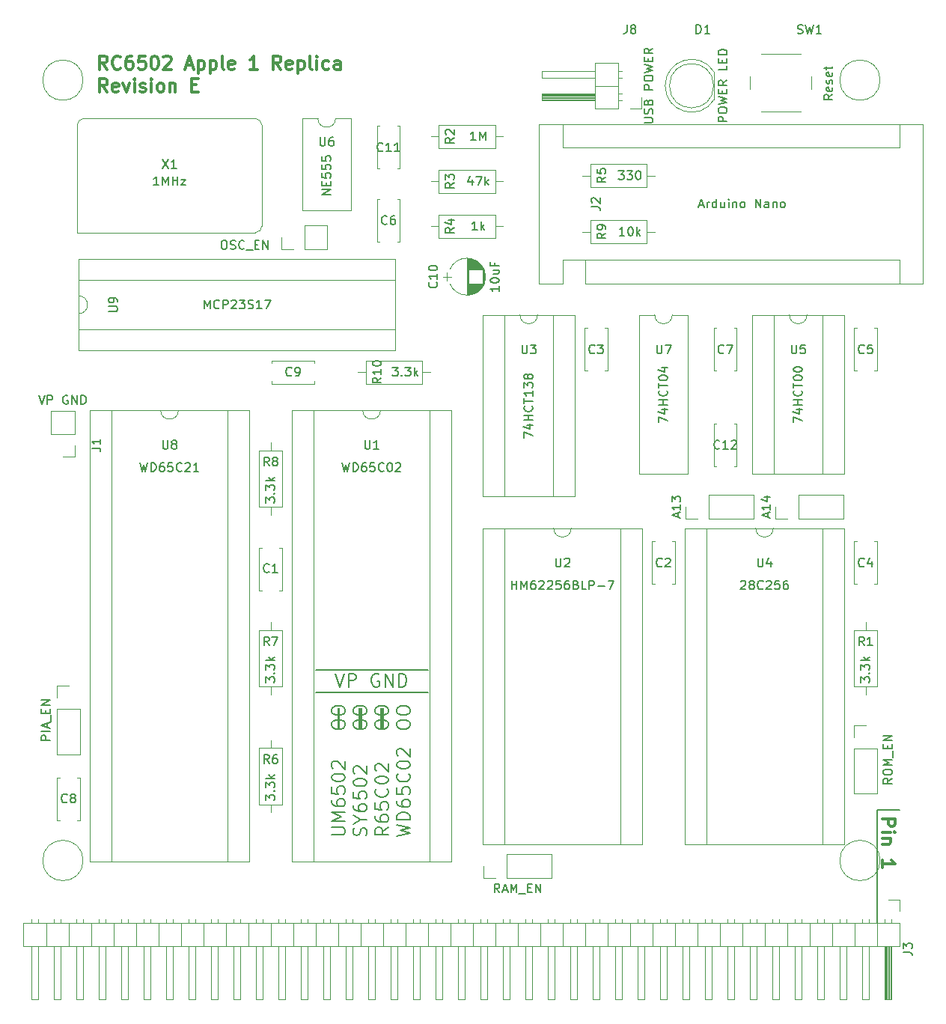
<source format=gto>
G04 #@! TF.FileFunction,Legend,Top*
%FSLAX46Y46*%
G04 Gerber Fmt 4.6, Leading zero omitted, Abs format (unit mm)*
G04 Created by KiCad (PCBNEW 4.0.7) date 02/20/19 17:23:18*
%MOMM*%
%LPD*%
G01*
G04 APERTURE LIST*
%ADD10C,0.100000*%
%ADD11C,0.200000*%
%ADD12C,0.300000*%
%ADD13C,0.150000*%
%ADD14C,0.120000*%
G04 APERTURE END LIST*
D10*
D11*
X149225000Y-110490000D02*
X161925000Y-110490000D01*
X149225000Y-113030000D02*
X161925000Y-113030000D01*
X154432000Y-117221000D02*
X154432000Y-114808000D01*
X156845000Y-117221000D02*
X156845000Y-114808000D01*
X156591000Y-115316000D02*
X156718000Y-115316000D01*
X156591000Y-117221000D02*
X156591000Y-114808000D01*
X156718000Y-117221000D02*
X156718000Y-114808000D01*
X154178000Y-114808000D02*
X154178000Y-117221000D01*
X154305000Y-117221000D02*
X154305000Y-114808000D01*
X151765000Y-114808000D02*
X151765000Y-117221000D01*
X151892000Y-114808000D02*
X151892000Y-117221000D01*
X151467857Y-110938571D02*
X151967857Y-112438571D01*
X152467857Y-110938571D01*
X152967857Y-112438571D02*
X152967857Y-110938571D01*
X153539285Y-110938571D01*
X153682143Y-111010000D01*
X153753571Y-111081429D01*
X153825000Y-111224286D01*
X153825000Y-111438571D01*
X153753571Y-111581429D01*
X153682143Y-111652857D01*
X153539285Y-111724286D01*
X152967857Y-111724286D01*
X156396428Y-111010000D02*
X156253571Y-110938571D01*
X156039285Y-110938571D01*
X155825000Y-111010000D01*
X155682142Y-111152857D01*
X155610714Y-111295714D01*
X155539285Y-111581429D01*
X155539285Y-111795714D01*
X155610714Y-112081429D01*
X155682142Y-112224286D01*
X155825000Y-112367143D01*
X156039285Y-112438571D01*
X156182142Y-112438571D01*
X156396428Y-112367143D01*
X156467857Y-112295714D01*
X156467857Y-111795714D01*
X156182142Y-111795714D01*
X157110714Y-112438571D02*
X157110714Y-110938571D01*
X157967857Y-112438571D01*
X157967857Y-110938571D01*
X158682143Y-112438571D02*
X158682143Y-110938571D01*
X159039286Y-110938571D01*
X159253571Y-111010000D01*
X159396429Y-111152857D01*
X159467857Y-111295714D01*
X159539286Y-111581429D01*
X159539286Y-111795714D01*
X159467857Y-112081429D01*
X159396429Y-112224286D01*
X159253571Y-112367143D01*
X159039286Y-112438571D01*
X158682143Y-112438571D01*
X151078571Y-116832143D02*
X151078571Y-116546429D01*
X151150000Y-116403571D01*
X151292857Y-116260714D01*
X151578571Y-116189286D01*
X152078571Y-116189286D01*
X152364286Y-116260714D01*
X152507143Y-116403571D01*
X152578571Y-116546429D01*
X152578571Y-116832143D01*
X152507143Y-116975000D01*
X152364286Y-117117857D01*
X152078571Y-117189286D01*
X151578571Y-117189286D01*
X151292857Y-117117857D01*
X151150000Y-116975000D01*
X151078571Y-116832143D01*
X151078571Y-115260714D02*
X151078571Y-114975000D01*
X151150000Y-114832142D01*
X151292857Y-114689285D01*
X151578571Y-114617857D01*
X152078571Y-114617857D01*
X152364286Y-114689285D01*
X152507143Y-114832142D01*
X152578571Y-114975000D01*
X152578571Y-115260714D01*
X152507143Y-115403571D01*
X152364286Y-115546428D01*
X152078571Y-115617857D01*
X151578571Y-115617857D01*
X151292857Y-115546428D01*
X151150000Y-115403571D01*
X151078571Y-115260714D01*
X153528571Y-116832143D02*
X153528571Y-116546429D01*
X153600000Y-116403571D01*
X153742857Y-116260714D01*
X154028571Y-116189286D01*
X154528571Y-116189286D01*
X154814286Y-116260714D01*
X154957143Y-116403571D01*
X155028571Y-116546429D01*
X155028571Y-116832143D01*
X154957143Y-116975000D01*
X154814286Y-117117857D01*
X154528571Y-117189286D01*
X154028571Y-117189286D01*
X153742857Y-117117857D01*
X153600000Y-116975000D01*
X153528571Y-116832143D01*
X153528571Y-115260714D02*
X153528571Y-114975000D01*
X153600000Y-114832142D01*
X153742857Y-114689285D01*
X154028571Y-114617857D01*
X154528571Y-114617857D01*
X154814286Y-114689285D01*
X154957143Y-114832142D01*
X155028571Y-114975000D01*
X155028571Y-115260714D01*
X154957143Y-115403571D01*
X154814286Y-115546428D01*
X154528571Y-115617857D01*
X154028571Y-115617857D01*
X153742857Y-115546428D01*
X153600000Y-115403571D01*
X153528571Y-115260714D01*
X155978571Y-116832143D02*
X155978571Y-116546429D01*
X156050000Y-116403571D01*
X156192857Y-116260714D01*
X156478571Y-116189286D01*
X156978571Y-116189286D01*
X157264286Y-116260714D01*
X157407143Y-116403571D01*
X157478571Y-116546429D01*
X157478571Y-116832143D01*
X157407143Y-116975000D01*
X157264286Y-117117857D01*
X156978571Y-117189286D01*
X156478571Y-117189286D01*
X156192857Y-117117857D01*
X156050000Y-116975000D01*
X155978571Y-116832143D01*
X155978571Y-115260714D02*
X155978571Y-114975000D01*
X156050000Y-114832142D01*
X156192857Y-114689285D01*
X156478571Y-114617857D01*
X156978571Y-114617857D01*
X157264286Y-114689285D01*
X157407143Y-114832142D01*
X157478571Y-114975000D01*
X157478571Y-115260714D01*
X157407143Y-115403571D01*
X157264286Y-115546428D01*
X156978571Y-115617857D01*
X156478571Y-115617857D01*
X156192857Y-115546428D01*
X156050000Y-115403571D01*
X155978571Y-115260714D01*
X158428571Y-116832143D02*
X158428571Y-116546429D01*
X158500000Y-116403571D01*
X158642857Y-116260714D01*
X158928571Y-116189286D01*
X159428571Y-116189286D01*
X159714286Y-116260714D01*
X159857143Y-116403571D01*
X159928571Y-116546429D01*
X159928571Y-116832143D01*
X159857143Y-116975000D01*
X159714286Y-117117857D01*
X159428571Y-117189286D01*
X158928571Y-117189286D01*
X158642857Y-117117857D01*
X158500000Y-116975000D01*
X158428571Y-116832143D01*
X158428571Y-115260714D02*
X158428571Y-114975000D01*
X158500000Y-114832142D01*
X158642857Y-114689285D01*
X158928571Y-114617857D01*
X159428571Y-114617857D01*
X159714286Y-114689285D01*
X159857143Y-114832142D01*
X159928571Y-114975000D01*
X159928571Y-115260714D01*
X159857143Y-115403571D01*
X159714286Y-115546428D01*
X159428571Y-115617857D01*
X158928571Y-115617857D01*
X158642857Y-115546428D01*
X158500000Y-115403571D01*
X158428571Y-115260714D01*
X151078571Y-129182857D02*
X152292857Y-129182857D01*
X152435714Y-129111429D01*
X152507143Y-129040000D01*
X152578571Y-128897143D01*
X152578571Y-128611429D01*
X152507143Y-128468571D01*
X152435714Y-128397143D01*
X152292857Y-128325714D01*
X151078571Y-128325714D01*
X152578571Y-127611428D02*
X151078571Y-127611428D01*
X152150000Y-127111428D01*
X151078571Y-126611428D01*
X152578571Y-126611428D01*
X151078571Y-125254285D02*
X151078571Y-125539999D01*
X151150000Y-125682856D01*
X151221429Y-125754285D01*
X151435714Y-125897142D01*
X151721429Y-125968571D01*
X152292857Y-125968571D01*
X152435714Y-125897142D01*
X152507143Y-125825714D01*
X152578571Y-125682856D01*
X152578571Y-125397142D01*
X152507143Y-125254285D01*
X152435714Y-125182856D01*
X152292857Y-125111428D01*
X151935714Y-125111428D01*
X151792857Y-125182856D01*
X151721429Y-125254285D01*
X151650000Y-125397142D01*
X151650000Y-125682856D01*
X151721429Y-125825714D01*
X151792857Y-125897142D01*
X151935714Y-125968571D01*
X151078571Y-123754285D02*
X151078571Y-124468571D01*
X151792857Y-124540000D01*
X151721429Y-124468571D01*
X151650000Y-124325714D01*
X151650000Y-123968571D01*
X151721429Y-123825714D01*
X151792857Y-123754285D01*
X151935714Y-123682857D01*
X152292857Y-123682857D01*
X152435714Y-123754285D01*
X152507143Y-123825714D01*
X152578571Y-123968571D01*
X152578571Y-124325714D01*
X152507143Y-124468571D01*
X152435714Y-124540000D01*
X151078571Y-122754286D02*
X151078571Y-122611429D01*
X151150000Y-122468572D01*
X151221429Y-122397143D01*
X151364286Y-122325714D01*
X151650000Y-122254286D01*
X152007143Y-122254286D01*
X152292857Y-122325714D01*
X152435714Y-122397143D01*
X152507143Y-122468572D01*
X152578571Y-122611429D01*
X152578571Y-122754286D01*
X152507143Y-122897143D01*
X152435714Y-122968572D01*
X152292857Y-123040000D01*
X152007143Y-123111429D01*
X151650000Y-123111429D01*
X151364286Y-123040000D01*
X151221429Y-122968572D01*
X151150000Y-122897143D01*
X151078571Y-122754286D01*
X151221429Y-121682858D02*
X151150000Y-121611429D01*
X151078571Y-121468572D01*
X151078571Y-121111429D01*
X151150000Y-120968572D01*
X151221429Y-120897143D01*
X151364286Y-120825715D01*
X151507143Y-120825715D01*
X151721429Y-120897143D01*
X152578571Y-121754286D01*
X152578571Y-120825715D01*
X154957143Y-129254286D02*
X155028571Y-129040000D01*
X155028571Y-128682857D01*
X154957143Y-128540000D01*
X154885714Y-128468571D01*
X154742857Y-128397143D01*
X154600000Y-128397143D01*
X154457143Y-128468571D01*
X154385714Y-128540000D01*
X154314286Y-128682857D01*
X154242857Y-128968571D01*
X154171429Y-129111429D01*
X154100000Y-129182857D01*
X153957143Y-129254286D01*
X153814286Y-129254286D01*
X153671429Y-129182857D01*
X153600000Y-129111429D01*
X153528571Y-128968571D01*
X153528571Y-128611429D01*
X153600000Y-128397143D01*
X154314286Y-127468572D02*
X155028571Y-127468572D01*
X153528571Y-127968572D02*
X154314286Y-127468572D01*
X153528571Y-126968572D01*
X153528571Y-125825715D02*
X153528571Y-126111429D01*
X153600000Y-126254286D01*
X153671429Y-126325715D01*
X153885714Y-126468572D01*
X154171429Y-126540001D01*
X154742857Y-126540001D01*
X154885714Y-126468572D01*
X154957143Y-126397144D01*
X155028571Y-126254286D01*
X155028571Y-125968572D01*
X154957143Y-125825715D01*
X154885714Y-125754286D01*
X154742857Y-125682858D01*
X154385714Y-125682858D01*
X154242857Y-125754286D01*
X154171429Y-125825715D01*
X154100000Y-125968572D01*
X154100000Y-126254286D01*
X154171429Y-126397144D01*
X154242857Y-126468572D01*
X154385714Y-126540001D01*
X153528571Y-124325715D02*
X153528571Y-125040001D01*
X154242857Y-125111430D01*
X154171429Y-125040001D01*
X154100000Y-124897144D01*
X154100000Y-124540001D01*
X154171429Y-124397144D01*
X154242857Y-124325715D01*
X154385714Y-124254287D01*
X154742857Y-124254287D01*
X154885714Y-124325715D01*
X154957143Y-124397144D01*
X155028571Y-124540001D01*
X155028571Y-124897144D01*
X154957143Y-125040001D01*
X154885714Y-125111430D01*
X153528571Y-123325716D02*
X153528571Y-123182859D01*
X153600000Y-123040002D01*
X153671429Y-122968573D01*
X153814286Y-122897144D01*
X154100000Y-122825716D01*
X154457143Y-122825716D01*
X154742857Y-122897144D01*
X154885714Y-122968573D01*
X154957143Y-123040002D01*
X155028571Y-123182859D01*
X155028571Y-123325716D01*
X154957143Y-123468573D01*
X154885714Y-123540002D01*
X154742857Y-123611430D01*
X154457143Y-123682859D01*
X154100000Y-123682859D01*
X153814286Y-123611430D01*
X153671429Y-123540002D01*
X153600000Y-123468573D01*
X153528571Y-123325716D01*
X153671429Y-122254288D02*
X153600000Y-122182859D01*
X153528571Y-122040002D01*
X153528571Y-121682859D01*
X153600000Y-121540002D01*
X153671429Y-121468573D01*
X153814286Y-121397145D01*
X153957143Y-121397145D01*
X154171429Y-121468573D01*
X155028571Y-122325716D01*
X155028571Y-121397145D01*
X157478571Y-128325714D02*
X156764286Y-128825714D01*
X157478571Y-129182857D02*
X155978571Y-129182857D01*
X155978571Y-128611429D01*
X156050000Y-128468571D01*
X156121429Y-128397143D01*
X156264286Y-128325714D01*
X156478571Y-128325714D01*
X156621429Y-128397143D01*
X156692857Y-128468571D01*
X156764286Y-128611429D01*
X156764286Y-129182857D01*
X155978571Y-127040000D02*
X155978571Y-127325714D01*
X156050000Y-127468571D01*
X156121429Y-127540000D01*
X156335714Y-127682857D01*
X156621429Y-127754286D01*
X157192857Y-127754286D01*
X157335714Y-127682857D01*
X157407143Y-127611429D01*
X157478571Y-127468571D01*
X157478571Y-127182857D01*
X157407143Y-127040000D01*
X157335714Y-126968571D01*
X157192857Y-126897143D01*
X156835714Y-126897143D01*
X156692857Y-126968571D01*
X156621429Y-127040000D01*
X156550000Y-127182857D01*
X156550000Y-127468571D01*
X156621429Y-127611429D01*
X156692857Y-127682857D01*
X156835714Y-127754286D01*
X155978571Y-125540000D02*
X155978571Y-126254286D01*
X156692857Y-126325715D01*
X156621429Y-126254286D01*
X156550000Y-126111429D01*
X156550000Y-125754286D01*
X156621429Y-125611429D01*
X156692857Y-125540000D01*
X156835714Y-125468572D01*
X157192857Y-125468572D01*
X157335714Y-125540000D01*
X157407143Y-125611429D01*
X157478571Y-125754286D01*
X157478571Y-126111429D01*
X157407143Y-126254286D01*
X157335714Y-126325715D01*
X157335714Y-123968572D02*
X157407143Y-124040001D01*
X157478571Y-124254287D01*
X157478571Y-124397144D01*
X157407143Y-124611429D01*
X157264286Y-124754287D01*
X157121429Y-124825715D01*
X156835714Y-124897144D01*
X156621429Y-124897144D01*
X156335714Y-124825715D01*
X156192857Y-124754287D01*
X156050000Y-124611429D01*
X155978571Y-124397144D01*
X155978571Y-124254287D01*
X156050000Y-124040001D01*
X156121429Y-123968572D01*
X155978571Y-123040001D02*
X155978571Y-122897144D01*
X156050000Y-122754287D01*
X156121429Y-122682858D01*
X156264286Y-122611429D01*
X156550000Y-122540001D01*
X156907143Y-122540001D01*
X157192857Y-122611429D01*
X157335714Y-122682858D01*
X157407143Y-122754287D01*
X157478571Y-122897144D01*
X157478571Y-123040001D01*
X157407143Y-123182858D01*
X157335714Y-123254287D01*
X157192857Y-123325715D01*
X156907143Y-123397144D01*
X156550000Y-123397144D01*
X156264286Y-123325715D01*
X156121429Y-123254287D01*
X156050000Y-123182858D01*
X155978571Y-123040001D01*
X156121429Y-121968573D02*
X156050000Y-121897144D01*
X155978571Y-121754287D01*
X155978571Y-121397144D01*
X156050000Y-121254287D01*
X156121429Y-121182858D01*
X156264286Y-121111430D01*
X156407143Y-121111430D01*
X156621429Y-121182858D01*
X157478571Y-122040001D01*
X157478571Y-121111430D01*
X158428571Y-129325714D02*
X159928571Y-128968571D01*
X158857143Y-128682857D01*
X159928571Y-128397143D01*
X158428571Y-128040000D01*
X159928571Y-127468571D02*
X158428571Y-127468571D01*
X158428571Y-127111428D01*
X158500000Y-126897143D01*
X158642857Y-126754285D01*
X158785714Y-126682857D01*
X159071429Y-126611428D01*
X159285714Y-126611428D01*
X159571429Y-126682857D01*
X159714286Y-126754285D01*
X159857143Y-126897143D01*
X159928571Y-127111428D01*
X159928571Y-127468571D01*
X158428571Y-125325714D02*
X158428571Y-125611428D01*
X158500000Y-125754285D01*
X158571429Y-125825714D01*
X158785714Y-125968571D01*
X159071429Y-126040000D01*
X159642857Y-126040000D01*
X159785714Y-125968571D01*
X159857143Y-125897143D01*
X159928571Y-125754285D01*
X159928571Y-125468571D01*
X159857143Y-125325714D01*
X159785714Y-125254285D01*
X159642857Y-125182857D01*
X159285714Y-125182857D01*
X159142857Y-125254285D01*
X159071429Y-125325714D01*
X159000000Y-125468571D01*
X159000000Y-125754285D01*
X159071429Y-125897143D01*
X159142857Y-125968571D01*
X159285714Y-126040000D01*
X158428571Y-123825714D02*
X158428571Y-124540000D01*
X159142857Y-124611429D01*
X159071429Y-124540000D01*
X159000000Y-124397143D01*
X159000000Y-124040000D01*
X159071429Y-123897143D01*
X159142857Y-123825714D01*
X159285714Y-123754286D01*
X159642857Y-123754286D01*
X159785714Y-123825714D01*
X159857143Y-123897143D01*
X159928571Y-124040000D01*
X159928571Y-124397143D01*
X159857143Y-124540000D01*
X159785714Y-124611429D01*
X159785714Y-122254286D02*
X159857143Y-122325715D01*
X159928571Y-122540001D01*
X159928571Y-122682858D01*
X159857143Y-122897143D01*
X159714286Y-123040001D01*
X159571429Y-123111429D01*
X159285714Y-123182858D01*
X159071429Y-123182858D01*
X158785714Y-123111429D01*
X158642857Y-123040001D01*
X158500000Y-122897143D01*
X158428571Y-122682858D01*
X158428571Y-122540001D01*
X158500000Y-122325715D01*
X158571429Y-122254286D01*
X158428571Y-121325715D02*
X158428571Y-121182858D01*
X158500000Y-121040001D01*
X158571429Y-120968572D01*
X158714286Y-120897143D01*
X159000000Y-120825715D01*
X159357143Y-120825715D01*
X159642857Y-120897143D01*
X159785714Y-120968572D01*
X159857143Y-121040001D01*
X159928571Y-121182858D01*
X159928571Y-121325715D01*
X159857143Y-121468572D01*
X159785714Y-121540001D01*
X159642857Y-121611429D01*
X159357143Y-121682858D01*
X159000000Y-121682858D01*
X158714286Y-121611429D01*
X158571429Y-121540001D01*
X158500000Y-121468572D01*
X158428571Y-121325715D01*
X158571429Y-120254287D02*
X158500000Y-120182858D01*
X158428571Y-120040001D01*
X158428571Y-119682858D01*
X158500000Y-119540001D01*
X158571429Y-119468572D01*
X158714286Y-119397144D01*
X158857143Y-119397144D01*
X159071429Y-119468572D01*
X159928571Y-120325715D01*
X159928571Y-119397144D01*
D12*
X213316429Y-127357143D02*
X214816429Y-127357143D01*
X214816429Y-127928571D01*
X214745000Y-128071429D01*
X214673571Y-128142857D01*
X214530714Y-128214286D01*
X214316429Y-128214286D01*
X214173571Y-128142857D01*
X214102143Y-128071429D01*
X214030714Y-127928571D01*
X214030714Y-127357143D01*
X213316429Y-128857143D02*
X214316429Y-128857143D01*
X214816429Y-128857143D02*
X214745000Y-128785714D01*
X214673571Y-128857143D01*
X214745000Y-128928571D01*
X214816429Y-128857143D01*
X214673571Y-128857143D01*
X214316429Y-129571429D02*
X213316429Y-129571429D01*
X214173571Y-129571429D02*
X214245000Y-129642857D01*
X214316429Y-129785715D01*
X214316429Y-130000000D01*
X214245000Y-130142857D01*
X214102143Y-130214286D01*
X213316429Y-130214286D01*
X213316429Y-132857143D02*
X213316429Y-132000000D01*
X213316429Y-132428572D02*
X214816429Y-132428572D01*
X214602143Y-132285715D01*
X214459286Y-132142857D01*
X214387857Y-132000000D01*
D11*
X212725000Y-126365000D02*
X215265000Y-126365000D01*
X212725000Y-139065000D02*
X212725000Y-126365000D01*
D13*
X186396381Y-48640476D02*
X187205905Y-48640476D01*
X187301143Y-48592857D01*
X187348762Y-48545238D01*
X187396381Y-48450000D01*
X187396381Y-48259523D01*
X187348762Y-48164285D01*
X187301143Y-48116666D01*
X187205905Y-48069047D01*
X186396381Y-48069047D01*
X187348762Y-47640476D02*
X187396381Y-47497619D01*
X187396381Y-47259523D01*
X187348762Y-47164285D01*
X187301143Y-47116666D01*
X187205905Y-47069047D01*
X187110667Y-47069047D01*
X187015429Y-47116666D01*
X186967810Y-47164285D01*
X186920190Y-47259523D01*
X186872571Y-47450000D01*
X186824952Y-47545238D01*
X186777333Y-47592857D01*
X186682095Y-47640476D01*
X186586857Y-47640476D01*
X186491619Y-47592857D01*
X186444000Y-47545238D01*
X186396381Y-47450000D01*
X186396381Y-47211904D01*
X186444000Y-47069047D01*
X186872571Y-46307142D02*
X186920190Y-46164285D01*
X186967810Y-46116666D01*
X187063048Y-46069047D01*
X187205905Y-46069047D01*
X187301143Y-46116666D01*
X187348762Y-46164285D01*
X187396381Y-46259523D01*
X187396381Y-46640476D01*
X186396381Y-46640476D01*
X186396381Y-46307142D01*
X186444000Y-46211904D01*
X186491619Y-46164285D01*
X186586857Y-46116666D01*
X186682095Y-46116666D01*
X186777333Y-46164285D01*
X186824952Y-46211904D01*
X186872571Y-46307142D01*
X186872571Y-46640476D01*
X187396381Y-44878571D02*
X186396381Y-44878571D01*
X186396381Y-44497618D01*
X186444000Y-44402380D01*
X186491619Y-44354761D01*
X186586857Y-44307142D01*
X186729714Y-44307142D01*
X186824952Y-44354761D01*
X186872571Y-44402380D01*
X186920190Y-44497618D01*
X186920190Y-44878571D01*
X186396381Y-43688095D02*
X186396381Y-43497618D01*
X186444000Y-43402380D01*
X186539238Y-43307142D01*
X186729714Y-43259523D01*
X187063048Y-43259523D01*
X187253524Y-43307142D01*
X187348762Y-43402380D01*
X187396381Y-43497618D01*
X187396381Y-43688095D01*
X187348762Y-43783333D01*
X187253524Y-43878571D01*
X187063048Y-43926190D01*
X186729714Y-43926190D01*
X186539238Y-43878571D01*
X186444000Y-43783333D01*
X186396381Y-43688095D01*
X186396381Y-42926190D02*
X187396381Y-42688095D01*
X186682095Y-42497618D01*
X187396381Y-42307142D01*
X186396381Y-42069047D01*
X186872571Y-41688095D02*
X186872571Y-41354761D01*
X187396381Y-41211904D02*
X187396381Y-41688095D01*
X186396381Y-41688095D01*
X186396381Y-41211904D01*
X187396381Y-40211904D02*
X186920190Y-40545238D01*
X187396381Y-40783333D02*
X186396381Y-40783333D01*
X186396381Y-40402380D01*
X186444000Y-40307142D01*
X186491619Y-40259523D01*
X186586857Y-40211904D01*
X186729714Y-40211904D01*
X186824952Y-40259523D01*
X186872571Y-40307142D01*
X186920190Y-40402380D01*
X186920190Y-40783333D01*
X195778381Y-48497619D02*
X194778381Y-48497619D01*
X194778381Y-48116666D01*
X194826000Y-48021428D01*
X194873619Y-47973809D01*
X194968857Y-47926190D01*
X195111714Y-47926190D01*
X195206952Y-47973809D01*
X195254571Y-48021428D01*
X195302190Y-48116666D01*
X195302190Y-48497619D01*
X194778381Y-47307143D02*
X194778381Y-47116666D01*
X194826000Y-47021428D01*
X194921238Y-46926190D01*
X195111714Y-46878571D01*
X195445048Y-46878571D01*
X195635524Y-46926190D01*
X195730762Y-47021428D01*
X195778381Y-47116666D01*
X195778381Y-47307143D01*
X195730762Y-47402381D01*
X195635524Y-47497619D01*
X195445048Y-47545238D01*
X195111714Y-47545238D01*
X194921238Y-47497619D01*
X194826000Y-47402381D01*
X194778381Y-47307143D01*
X194778381Y-46545238D02*
X195778381Y-46307143D01*
X195064095Y-46116666D01*
X195778381Y-45926190D01*
X194778381Y-45688095D01*
X195254571Y-45307143D02*
X195254571Y-44973809D01*
X195778381Y-44830952D02*
X195778381Y-45307143D01*
X194778381Y-45307143D01*
X194778381Y-44830952D01*
X195778381Y-43830952D02*
X195302190Y-44164286D01*
X195778381Y-44402381D02*
X194778381Y-44402381D01*
X194778381Y-44021428D01*
X194826000Y-43926190D01*
X194873619Y-43878571D01*
X194968857Y-43830952D01*
X195111714Y-43830952D01*
X195206952Y-43878571D01*
X195254571Y-43926190D01*
X195302190Y-44021428D01*
X195302190Y-44402381D01*
X195778381Y-42164285D02*
X195778381Y-42640476D01*
X194778381Y-42640476D01*
X195254571Y-41830952D02*
X195254571Y-41497618D01*
X195778381Y-41354761D02*
X195778381Y-41830952D01*
X194778381Y-41830952D01*
X194778381Y-41354761D01*
X195778381Y-40926190D02*
X194778381Y-40926190D01*
X194778381Y-40688095D01*
X194826000Y-40545237D01*
X194921238Y-40449999D01*
X195016476Y-40402380D01*
X195206952Y-40354761D01*
X195349810Y-40354761D01*
X195540286Y-40402380D01*
X195635524Y-40449999D01*
X195730762Y-40545237D01*
X195778381Y-40688095D01*
X195778381Y-40926190D01*
X207716381Y-45434095D02*
X207240190Y-45767429D01*
X207716381Y-46005524D02*
X206716381Y-46005524D01*
X206716381Y-45624571D01*
X206764000Y-45529333D01*
X206811619Y-45481714D01*
X206906857Y-45434095D01*
X207049714Y-45434095D01*
X207144952Y-45481714D01*
X207192571Y-45529333D01*
X207240190Y-45624571D01*
X207240190Y-46005524D01*
X207668762Y-44624571D02*
X207716381Y-44719809D01*
X207716381Y-44910286D01*
X207668762Y-45005524D01*
X207573524Y-45053143D01*
X207192571Y-45053143D01*
X207097333Y-45005524D01*
X207049714Y-44910286D01*
X207049714Y-44719809D01*
X207097333Y-44624571D01*
X207192571Y-44576952D01*
X207287810Y-44576952D01*
X207383048Y-45053143D01*
X207668762Y-44196000D02*
X207716381Y-44100762D01*
X207716381Y-43910286D01*
X207668762Y-43815047D01*
X207573524Y-43767428D01*
X207525905Y-43767428D01*
X207430667Y-43815047D01*
X207383048Y-43910286D01*
X207383048Y-44053143D01*
X207335429Y-44148381D01*
X207240190Y-44196000D01*
X207192571Y-44196000D01*
X207097333Y-44148381D01*
X207049714Y-44053143D01*
X207049714Y-43910286D01*
X207097333Y-43815047D01*
X207668762Y-42957904D02*
X207716381Y-43053142D01*
X207716381Y-43243619D01*
X207668762Y-43338857D01*
X207573524Y-43386476D01*
X207192571Y-43386476D01*
X207097333Y-43338857D01*
X207049714Y-43243619D01*
X207049714Y-43053142D01*
X207097333Y-42957904D01*
X207192571Y-42910285D01*
X207287810Y-42910285D01*
X207383048Y-43386476D01*
X207049714Y-42624571D02*
X207049714Y-42243619D01*
X206716381Y-42481714D02*
X207573524Y-42481714D01*
X207668762Y-42434095D01*
X207716381Y-42338857D01*
X207716381Y-42243619D01*
D12*
X125674286Y-42583571D02*
X125174286Y-41869286D01*
X124817143Y-42583571D02*
X124817143Y-41083571D01*
X125388571Y-41083571D01*
X125531429Y-41155000D01*
X125602857Y-41226429D01*
X125674286Y-41369286D01*
X125674286Y-41583571D01*
X125602857Y-41726429D01*
X125531429Y-41797857D01*
X125388571Y-41869286D01*
X124817143Y-41869286D01*
X127174286Y-42440714D02*
X127102857Y-42512143D01*
X126888571Y-42583571D01*
X126745714Y-42583571D01*
X126531429Y-42512143D01*
X126388571Y-42369286D01*
X126317143Y-42226429D01*
X126245714Y-41940714D01*
X126245714Y-41726429D01*
X126317143Y-41440714D01*
X126388571Y-41297857D01*
X126531429Y-41155000D01*
X126745714Y-41083571D01*
X126888571Y-41083571D01*
X127102857Y-41155000D01*
X127174286Y-41226429D01*
X128460000Y-41083571D02*
X128174286Y-41083571D01*
X128031429Y-41155000D01*
X127960000Y-41226429D01*
X127817143Y-41440714D01*
X127745714Y-41726429D01*
X127745714Y-42297857D01*
X127817143Y-42440714D01*
X127888571Y-42512143D01*
X128031429Y-42583571D01*
X128317143Y-42583571D01*
X128460000Y-42512143D01*
X128531429Y-42440714D01*
X128602857Y-42297857D01*
X128602857Y-41940714D01*
X128531429Y-41797857D01*
X128460000Y-41726429D01*
X128317143Y-41655000D01*
X128031429Y-41655000D01*
X127888571Y-41726429D01*
X127817143Y-41797857D01*
X127745714Y-41940714D01*
X129960000Y-41083571D02*
X129245714Y-41083571D01*
X129174285Y-41797857D01*
X129245714Y-41726429D01*
X129388571Y-41655000D01*
X129745714Y-41655000D01*
X129888571Y-41726429D01*
X129960000Y-41797857D01*
X130031428Y-41940714D01*
X130031428Y-42297857D01*
X129960000Y-42440714D01*
X129888571Y-42512143D01*
X129745714Y-42583571D01*
X129388571Y-42583571D01*
X129245714Y-42512143D01*
X129174285Y-42440714D01*
X130959999Y-41083571D02*
X131102856Y-41083571D01*
X131245713Y-41155000D01*
X131317142Y-41226429D01*
X131388571Y-41369286D01*
X131459999Y-41655000D01*
X131459999Y-42012143D01*
X131388571Y-42297857D01*
X131317142Y-42440714D01*
X131245713Y-42512143D01*
X131102856Y-42583571D01*
X130959999Y-42583571D01*
X130817142Y-42512143D01*
X130745713Y-42440714D01*
X130674285Y-42297857D01*
X130602856Y-42012143D01*
X130602856Y-41655000D01*
X130674285Y-41369286D01*
X130745713Y-41226429D01*
X130817142Y-41155000D01*
X130959999Y-41083571D01*
X132031427Y-41226429D02*
X132102856Y-41155000D01*
X132245713Y-41083571D01*
X132602856Y-41083571D01*
X132745713Y-41155000D01*
X132817142Y-41226429D01*
X132888570Y-41369286D01*
X132888570Y-41512143D01*
X132817142Y-41726429D01*
X131959999Y-42583571D01*
X132888570Y-42583571D01*
X134602855Y-42155000D02*
X135317141Y-42155000D01*
X134459998Y-42583571D02*
X134959998Y-41083571D01*
X135459998Y-42583571D01*
X135959998Y-41583571D02*
X135959998Y-43083571D01*
X135959998Y-41655000D02*
X136102855Y-41583571D01*
X136388569Y-41583571D01*
X136531426Y-41655000D01*
X136602855Y-41726429D01*
X136674284Y-41869286D01*
X136674284Y-42297857D01*
X136602855Y-42440714D01*
X136531426Y-42512143D01*
X136388569Y-42583571D01*
X136102855Y-42583571D01*
X135959998Y-42512143D01*
X137317141Y-41583571D02*
X137317141Y-43083571D01*
X137317141Y-41655000D02*
X137459998Y-41583571D01*
X137745712Y-41583571D01*
X137888569Y-41655000D01*
X137959998Y-41726429D01*
X138031427Y-41869286D01*
X138031427Y-42297857D01*
X137959998Y-42440714D01*
X137888569Y-42512143D01*
X137745712Y-42583571D01*
X137459998Y-42583571D01*
X137317141Y-42512143D01*
X138888570Y-42583571D02*
X138745712Y-42512143D01*
X138674284Y-42369286D01*
X138674284Y-41083571D01*
X140031426Y-42512143D02*
X139888569Y-42583571D01*
X139602855Y-42583571D01*
X139459998Y-42512143D01*
X139388569Y-42369286D01*
X139388569Y-41797857D01*
X139459998Y-41655000D01*
X139602855Y-41583571D01*
X139888569Y-41583571D01*
X140031426Y-41655000D01*
X140102855Y-41797857D01*
X140102855Y-41940714D01*
X139388569Y-42083571D01*
X142674283Y-42583571D02*
X141817140Y-42583571D01*
X142245712Y-42583571D02*
X142245712Y-41083571D01*
X142102855Y-41297857D01*
X141959997Y-41440714D01*
X141817140Y-41512143D01*
X145317140Y-42583571D02*
X144817140Y-41869286D01*
X144459997Y-42583571D02*
X144459997Y-41083571D01*
X145031425Y-41083571D01*
X145174283Y-41155000D01*
X145245711Y-41226429D01*
X145317140Y-41369286D01*
X145317140Y-41583571D01*
X145245711Y-41726429D01*
X145174283Y-41797857D01*
X145031425Y-41869286D01*
X144459997Y-41869286D01*
X146531425Y-42512143D02*
X146388568Y-42583571D01*
X146102854Y-42583571D01*
X145959997Y-42512143D01*
X145888568Y-42369286D01*
X145888568Y-41797857D01*
X145959997Y-41655000D01*
X146102854Y-41583571D01*
X146388568Y-41583571D01*
X146531425Y-41655000D01*
X146602854Y-41797857D01*
X146602854Y-41940714D01*
X145888568Y-42083571D01*
X147245711Y-41583571D02*
X147245711Y-43083571D01*
X147245711Y-41655000D02*
X147388568Y-41583571D01*
X147674282Y-41583571D01*
X147817139Y-41655000D01*
X147888568Y-41726429D01*
X147959997Y-41869286D01*
X147959997Y-42297857D01*
X147888568Y-42440714D01*
X147817139Y-42512143D01*
X147674282Y-42583571D01*
X147388568Y-42583571D01*
X147245711Y-42512143D01*
X148817140Y-42583571D02*
X148674282Y-42512143D01*
X148602854Y-42369286D01*
X148602854Y-41083571D01*
X149388568Y-42583571D02*
X149388568Y-41583571D01*
X149388568Y-41083571D02*
X149317139Y-41155000D01*
X149388568Y-41226429D01*
X149459996Y-41155000D01*
X149388568Y-41083571D01*
X149388568Y-41226429D01*
X150745711Y-42512143D02*
X150602854Y-42583571D01*
X150317140Y-42583571D01*
X150174282Y-42512143D01*
X150102854Y-42440714D01*
X150031425Y-42297857D01*
X150031425Y-41869286D01*
X150102854Y-41726429D01*
X150174282Y-41655000D01*
X150317140Y-41583571D01*
X150602854Y-41583571D01*
X150745711Y-41655000D01*
X152031425Y-42583571D02*
X152031425Y-41797857D01*
X151959996Y-41655000D01*
X151817139Y-41583571D01*
X151531425Y-41583571D01*
X151388568Y-41655000D01*
X152031425Y-42512143D02*
X151888568Y-42583571D01*
X151531425Y-42583571D01*
X151388568Y-42512143D01*
X151317139Y-42369286D01*
X151317139Y-42226429D01*
X151388568Y-42083571D01*
X151531425Y-42012143D01*
X151888568Y-42012143D01*
X152031425Y-41940714D01*
X125674286Y-45133571D02*
X125174286Y-44419286D01*
X124817143Y-45133571D02*
X124817143Y-43633571D01*
X125388571Y-43633571D01*
X125531429Y-43705000D01*
X125602857Y-43776429D01*
X125674286Y-43919286D01*
X125674286Y-44133571D01*
X125602857Y-44276429D01*
X125531429Y-44347857D01*
X125388571Y-44419286D01*
X124817143Y-44419286D01*
X126888571Y-45062143D02*
X126745714Y-45133571D01*
X126460000Y-45133571D01*
X126317143Y-45062143D01*
X126245714Y-44919286D01*
X126245714Y-44347857D01*
X126317143Y-44205000D01*
X126460000Y-44133571D01*
X126745714Y-44133571D01*
X126888571Y-44205000D01*
X126960000Y-44347857D01*
X126960000Y-44490714D01*
X126245714Y-44633571D01*
X127460000Y-44133571D02*
X127817143Y-45133571D01*
X128174285Y-44133571D01*
X128745714Y-45133571D02*
X128745714Y-44133571D01*
X128745714Y-43633571D02*
X128674285Y-43705000D01*
X128745714Y-43776429D01*
X128817142Y-43705000D01*
X128745714Y-43633571D01*
X128745714Y-43776429D01*
X129388571Y-45062143D02*
X129531428Y-45133571D01*
X129817143Y-45133571D01*
X129960000Y-45062143D01*
X130031428Y-44919286D01*
X130031428Y-44847857D01*
X129960000Y-44705000D01*
X129817143Y-44633571D01*
X129602857Y-44633571D01*
X129460000Y-44562143D01*
X129388571Y-44419286D01*
X129388571Y-44347857D01*
X129460000Y-44205000D01*
X129602857Y-44133571D01*
X129817143Y-44133571D01*
X129960000Y-44205000D01*
X130674286Y-45133571D02*
X130674286Y-44133571D01*
X130674286Y-43633571D02*
X130602857Y-43705000D01*
X130674286Y-43776429D01*
X130745714Y-43705000D01*
X130674286Y-43633571D01*
X130674286Y-43776429D01*
X131602858Y-45133571D02*
X131460000Y-45062143D01*
X131388572Y-44990714D01*
X131317143Y-44847857D01*
X131317143Y-44419286D01*
X131388572Y-44276429D01*
X131460000Y-44205000D01*
X131602858Y-44133571D01*
X131817143Y-44133571D01*
X131960000Y-44205000D01*
X132031429Y-44276429D01*
X132102858Y-44419286D01*
X132102858Y-44847857D01*
X132031429Y-44990714D01*
X131960000Y-45062143D01*
X131817143Y-45133571D01*
X131602858Y-45133571D01*
X132745715Y-44133571D02*
X132745715Y-45133571D01*
X132745715Y-44276429D02*
X132817143Y-44205000D01*
X132960001Y-44133571D01*
X133174286Y-44133571D01*
X133317143Y-44205000D01*
X133388572Y-44347857D01*
X133388572Y-45133571D01*
X135245715Y-44347857D02*
X135745715Y-44347857D01*
X135960001Y-45133571D02*
X135245715Y-45133571D01*
X135245715Y-43633571D01*
X135960001Y-43633571D01*
D14*
X154575000Y-81160000D02*
X148995000Y-81160000D01*
X148995000Y-81160000D02*
X148995000Y-132200000D01*
X148995000Y-132200000D02*
X162155000Y-132200000D01*
X162155000Y-132200000D02*
X162155000Y-81160000D01*
X162155000Y-81160000D02*
X156575000Y-81160000D01*
X146565000Y-81160000D02*
X146565000Y-132200000D01*
X146565000Y-132200000D02*
X164585000Y-132200000D01*
X164585000Y-132200000D02*
X164585000Y-81160000D01*
X164585000Y-81160000D02*
X146565000Y-81160000D01*
X156575000Y-81160000D02*
G75*
G02X154575000Y-81160000I-1000000J0D01*
G01*
X142835000Y-101510000D02*
X142835000Y-96690000D01*
X145455000Y-101510000D02*
X145455000Y-96690000D01*
X142835000Y-101510000D02*
X143149000Y-101510000D01*
X145141000Y-101510000D02*
X145455000Y-101510000D01*
X142835000Y-96690000D02*
X143149000Y-96690000D01*
X145141000Y-96690000D02*
X145455000Y-96690000D01*
X189905000Y-95975000D02*
X189905000Y-100795000D01*
X187285000Y-95975000D02*
X187285000Y-100795000D01*
X189905000Y-95975000D02*
X189591000Y-95975000D01*
X187599000Y-95975000D02*
X187285000Y-95975000D01*
X189905000Y-100795000D02*
X189591000Y-100795000D01*
X187599000Y-100795000D02*
X187285000Y-100795000D01*
X212765000Y-95975000D02*
X212765000Y-100795000D01*
X210145000Y-95975000D02*
X210145000Y-100795000D01*
X212765000Y-95975000D02*
X212451000Y-95975000D01*
X210459000Y-95975000D02*
X210145000Y-95975000D01*
X212765000Y-100795000D02*
X212451000Y-100795000D01*
X210459000Y-100795000D02*
X210145000Y-100795000D01*
X212765000Y-71845000D02*
X212765000Y-76665000D01*
X210145000Y-71845000D02*
X210145000Y-76665000D01*
X212765000Y-71845000D02*
X212451000Y-71845000D01*
X210459000Y-71845000D02*
X210145000Y-71845000D01*
X212765000Y-76665000D02*
X212451000Y-76665000D01*
X210459000Y-76665000D02*
X210145000Y-76665000D01*
X158790000Y-57240000D02*
X158790000Y-62060000D01*
X156170000Y-57240000D02*
X156170000Y-62060000D01*
X158790000Y-57240000D02*
X158476000Y-57240000D01*
X156484000Y-57240000D02*
X156170000Y-57240000D01*
X158790000Y-62060000D02*
X158476000Y-62060000D01*
X156484000Y-62060000D02*
X156170000Y-62060000D01*
X196890000Y-71845000D02*
X196890000Y-76665000D01*
X194270000Y-71845000D02*
X194270000Y-76665000D01*
X196890000Y-71845000D02*
X196576000Y-71845000D01*
X194584000Y-71845000D02*
X194270000Y-71845000D01*
X196890000Y-76665000D02*
X196576000Y-76665000D01*
X194584000Y-76665000D02*
X194270000Y-76665000D01*
X119975000Y-127545000D02*
X119975000Y-122725000D01*
X122595000Y-127545000D02*
X122595000Y-122725000D01*
X119975000Y-127545000D02*
X120289000Y-127545000D01*
X122281000Y-127545000D02*
X122595000Y-127545000D01*
X119975000Y-122725000D02*
X120289000Y-122725000D01*
X122281000Y-122725000D02*
X122595000Y-122725000D01*
X144235000Y-75525000D02*
X149055000Y-75525000D01*
X144235000Y-78145000D02*
X149055000Y-78145000D01*
X144235000Y-75525000D02*
X144235000Y-75839000D01*
X144235000Y-77831000D02*
X144235000Y-78145000D01*
X149055000Y-75525000D02*
X149055000Y-75839000D01*
X149055000Y-77831000D02*
X149055000Y-78145000D01*
X158790000Y-48985000D02*
X158790000Y-53805000D01*
X156170000Y-48985000D02*
X156170000Y-53805000D01*
X158790000Y-48985000D02*
X158476000Y-48985000D01*
X156484000Y-48985000D02*
X156170000Y-48985000D01*
X158790000Y-53805000D02*
X158476000Y-53805000D01*
X156484000Y-53805000D02*
X156170000Y-53805000D01*
X179705000Y-64135000D02*
X177165000Y-64135000D01*
X177165000Y-64135000D02*
X177165000Y-66805000D01*
X179705000Y-66805000D02*
X217935000Y-66805000D01*
X174495000Y-66805000D02*
X177165000Y-66805000D01*
X177165000Y-51435000D02*
X177165000Y-48765000D01*
X177165000Y-51435000D02*
X215265000Y-51435000D01*
X215265000Y-51435000D02*
X215265000Y-48765000D01*
X179705000Y-64135000D02*
X179705000Y-66805000D01*
X179705000Y-64135000D02*
X215265000Y-64135000D01*
X215265000Y-64135000D02*
X215265000Y-66805000D01*
X217935000Y-66805000D02*
X217935000Y-48765000D01*
X217935000Y-48765000D02*
X174495000Y-48765000D01*
X174495000Y-48765000D02*
X174495000Y-66805000D01*
X215325000Y-139135000D02*
X212725000Y-139135000D01*
X212725000Y-139135000D02*
X212725000Y-141755000D01*
X212725000Y-141755000D02*
X215325000Y-141755000D01*
X215325000Y-141755000D02*
X215325000Y-139135000D01*
X214375000Y-141755000D02*
X213615000Y-141755000D01*
X213615000Y-141755000D02*
X213615000Y-147755000D01*
X213615000Y-147755000D02*
X214375000Y-147755000D01*
X214375000Y-147755000D02*
X214375000Y-141755000D01*
X214375000Y-138705000D02*
X214375000Y-139135000D01*
X213615000Y-138705000D02*
X213615000Y-139135000D01*
X214255000Y-141755000D02*
X214255000Y-147755000D01*
X214135000Y-141755000D02*
X214135000Y-147755000D01*
X214015000Y-141755000D02*
X214015000Y-147755000D01*
X213895000Y-141755000D02*
X213895000Y-147755000D01*
X213775000Y-141755000D02*
X213775000Y-147755000D01*
X213655000Y-141755000D02*
X213655000Y-147755000D01*
X212725000Y-139135000D02*
X210185000Y-139135000D01*
X210185000Y-139135000D02*
X210185000Y-141755000D01*
X210185000Y-141755000D02*
X212725000Y-141755000D01*
X212725000Y-141755000D02*
X212725000Y-139135000D01*
X211835000Y-141755000D02*
X211075000Y-141755000D01*
X211075000Y-141755000D02*
X211075000Y-147755000D01*
X211075000Y-147755000D02*
X211835000Y-147755000D01*
X211835000Y-147755000D02*
X211835000Y-141755000D01*
X211835000Y-138705000D02*
X211835000Y-139135000D01*
X211075000Y-138705000D02*
X211075000Y-139135000D01*
X210185000Y-139135000D02*
X207645000Y-139135000D01*
X207645000Y-139135000D02*
X207645000Y-141755000D01*
X207645000Y-141755000D02*
X210185000Y-141755000D01*
X210185000Y-141755000D02*
X210185000Y-139135000D01*
X209295000Y-141755000D02*
X208535000Y-141755000D01*
X208535000Y-141755000D02*
X208535000Y-147755000D01*
X208535000Y-147755000D02*
X209295000Y-147755000D01*
X209295000Y-147755000D02*
X209295000Y-141755000D01*
X209295000Y-138705000D02*
X209295000Y-139135000D01*
X208535000Y-138705000D02*
X208535000Y-139135000D01*
X207645000Y-139135000D02*
X205105000Y-139135000D01*
X205105000Y-139135000D02*
X205105000Y-141755000D01*
X205105000Y-141755000D02*
X207645000Y-141755000D01*
X207645000Y-141755000D02*
X207645000Y-139135000D01*
X206755000Y-141755000D02*
X205995000Y-141755000D01*
X205995000Y-141755000D02*
X205995000Y-147755000D01*
X205995000Y-147755000D02*
X206755000Y-147755000D01*
X206755000Y-147755000D02*
X206755000Y-141755000D01*
X206755000Y-138705000D02*
X206755000Y-139135000D01*
X205995000Y-138705000D02*
X205995000Y-139135000D01*
X205105000Y-139135000D02*
X202565000Y-139135000D01*
X202565000Y-139135000D02*
X202565000Y-141755000D01*
X202565000Y-141755000D02*
X205105000Y-141755000D01*
X205105000Y-141755000D02*
X205105000Y-139135000D01*
X204215000Y-141755000D02*
X203455000Y-141755000D01*
X203455000Y-141755000D02*
X203455000Y-147755000D01*
X203455000Y-147755000D02*
X204215000Y-147755000D01*
X204215000Y-147755000D02*
X204215000Y-141755000D01*
X204215000Y-138705000D02*
X204215000Y-139135000D01*
X203455000Y-138705000D02*
X203455000Y-139135000D01*
X202565000Y-139135000D02*
X200025000Y-139135000D01*
X200025000Y-139135000D02*
X200025000Y-141755000D01*
X200025000Y-141755000D02*
X202565000Y-141755000D01*
X202565000Y-141755000D02*
X202565000Y-139135000D01*
X201675000Y-141755000D02*
X200915000Y-141755000D01*
X200915000Y-141755000D02*
X200915000Y-147755000D01*
X200915000Y-147755000D02*
X201675000Y-147755000D01*
X201675000Y-147755000D02*
X201675000Y-141755000D01*
X201675000Y-138705000D02*
X201675000Y-139135000D01*
X200915000Y-138705000D02*
X200915000Y-139135000D01*
X200025000Y-139135000D02*
X197485000Y-139135000D01*
X197485000Y-139135000D02*
X197485000Y-141755000D01*
X197485000Y-141755000D02*
X200025000Y-141755000D01*
X200025000Y-141755000D02*
X200025000Y-139135000D01*
X199135000Y-141755000D02*
X198375000Y-141755000D01*
X198375000Y-141755000D02*
X198375000Y-147755000D01*
X198375000Y-147755000D02*
X199135000Y-147755000D01*
X199135000Y-147755000D02*
X199135000Y-141755000D01*
X199135000Y-138705000D02*
X199135000Y-139135000D01*
X198375000Y-138705000D02*
X198375000Y-139135000D01*
X197485000Y-139135000D02*
X194945000Y-139135000D01*
X194945000Y-139135000D02*
X194945000Y-141755000D01*
X194945000Y-141755000D02*
X197485000Y-141755000D01*
X197485000Y-141755000D02*
X197485000Y-139135000D01*
X196595000Y-141755000D02*
X195835000Y-141755000D01*
X195835000Y-141755000D02*
X195835000Y-147755000D01*
X195835000Y-147755000D02*
X196595000Y-147755000D01*
X196595000Y-147755000D02*
X196595000Y-141755000D01*
X196595000Y-138705000D02*
X196595000Y-139135000D01*
X195835000Y-138705000D02*
X195835000Y-139135000D01*
X194945000Y-139135000D02*
X192405000Y-139135000D01*
X192405000Y-139135000D02*
X192405000Y-141755000D01*
X192405000Y-141755000D02*
X194945000Y-141755000D01*
X194945000Y-141755000D02*
X194945000Y-139135000D01*
X194055000Y-141755000D02*
X193295000Y-141755000D01*
X193295000Y-141755000D02*
X193295000Y-147755000D01*
X193295000Y-147755000D02*
X194055000Y-147755000D01*
X194055000Y-147755000D02*
X194055000Y-141755000D01*
X194055000Y-138705000D02*
X194055000Y-139135000D01*
X193295000Y-138705000D02*
X193295000Y-139135000D01*
X192405000Y-139135000D02*
X189865000Y-139135000D01*
X189865000Y-139135000D02*
X189865000Y-141755000D01*
X189865000Y-141755000D02*
X192405000Y-141755000D01*
X192405000Y-141755000D02*
X192405000Y-139135000D01*
X191515000Y-141755000D02*
X190755000Y-141755000D01*
X190755000Y-141755000D02*
X190755000Y-147755000D01*
X190755000Y-147755000D02*
X191515000Y-147755000D01*
X191515000Y-147755000D02*
X191515000Y-141755000D01*
X191515000Y-138705000D02*
X191515000Y-139135000D01*
X190755000Y-138705000D02*
X190755000Y-139135000D01*
X189865000Y-139135000D02*
X187325000Y-139135000D01*
X187325000Y-139135000D02*
X187325000Y-141755000D01*
X187325000Y-141755000D02*
X189865000Y-141755000D01*
X189865000Y-141755000D02*
X189865000Y-139135000D01*
X188975000Y-141755000D02*
X188215000Y-141755000D01*
X188215000Y-141755000D02*
X188215000Y-147755000D01*
X188215000Y-147755000D02*
X188975000Y-147755000D01*
X188975000Y-147755000D02*
X188975000Y-141755000D01*
X188975000Y-138705000D02*
X188975000Y-139135000D01*
X188215000Y-138705000D02*
X188215000Y-139135000D01*
X187325000Y-139135000D02*
X184785000Y-139135000D01*
X184785000Y-139135000D02*
X184785000Y-141755000D01*
X184785000Y-141755000D02*
X187325000Y-141755000D01*
X187325000Y-141755000D02*
X187325000Y-139135000D01*
X186435000Y-141755000D02*
X185675000Y-141755000D01*
X185675000Y-141755000D02*
X185675000Y-147755000D01*
X185675000Y-147755000D02*
X186435000Y-147755000D01*
X186435000Y-147755000D02*
X186435000Y-141755000D01*
X186435000Y-138705000D02*
X186435000Y-139135000D01*
X185675000Y-138705000D02*
X185675000Y-139135000D01*
X184785000Y-139135000D02*
X182245000Y-139135000D01*
X182245000Y-139135000D02*
X182245000Y-141755000D01*
X182245000Y-141755000D02*
X184785000Y-141755000D01*
X184785000Y-141755000D02*
X184785000Y-139135000D01*
X183895000Y-141755000D02*
X183135000Y-141755000D01*
X183135000Y-141755000D02*
X183135000Y-147755000D01*
X183135000Y-147755000D02*
X183895000Y-147755000D01*
X183895000Y-147755000D02*
X183895000Y-141755000D01*
X183895000Y-138705000D02*
X183895000Y-139135000D01*
X183135000Y-138705000D02*
X183135000Y-139135000D01*
X182245000Y-139135000D02*
X179705000Y-139135000D01*
X179705000Y-139135000D02*
X179705000Y-141755000D01*
X179705000Y-141755000D02*
X182245000Y-141755000D01*
X182245000Y-141755000D02*
X182245000Y-139135000D01*
X181355000Y-141755000D02*
X180595000Y-141755000D01*
X180595000Y-141755000D02*
X180595000Y-147755000D01*
X180595000Y-147755000D02*
X181355000Y-147755000D01*
X181355000Y-147755000D02*
X181355000Y-141755000D01*
X181355000Y-138705000D02*
X181355000Y-139135000D01*
X180595000Y-138705000D02*
X180595000Y-139135000D01*
X179705000Y-139135000D02*
X177165000Y-139135000D01*
X177165000Y-139135000D02*
X177165000Y-141755000D01*
X177165000Y-141755000D02*
X179705000Y-141755000D01*
X179705000Y-141755000D02*
X179705000Y-139135000D01*
X178815000Y-141755000D02*
X178055000Y-141755000D01*
X178055000Y-141755000D02*
X178055000Y-147755000D01*
X178055000Y-147755000D02*
X178815000Y-147755000D01*
X178815000Y-147755000D02*
X178815000Y-141755000D01*
X178815000Y-138705000D02*
X178815000Y-139135000D01*
X178055000Y-138705000D02*
X178055000Y-139135000D01*
X177165000Y-139135000D02*
X174625000Y-139135000D01*
X174625000Y-139135000D02*
X174625000Y-141755000D01*
X174625000Y-141755000D02*
X177165000Y-141755000D01*
X177165000Y-141755000D02*
X177165000Y-139135000D01*
X176275000Y-141755000D02*
X175515000Y-141755000D01*
X175515000Y-141755000D02*
X175515000Y-147755000D01*
X175515000Y-147755000D02*
X176275000Y-147755000D01*
X176275000Y-147755000D02*
X176275000Y-141755000D01*
X176275000Y-138705000D02*
X176275000Y-139135000D01*
X175515000Y-138705000D02*
X175515000Y-139135000D01*
X174625000Y-139135000D02*
X172085000Y-139135000D01*
X172085000Y-139135000D02*
X172085000Y-141755000D01*
X172085000Y-141755000D02*
X174625000Y-141755000D01*
X174625000Y-141755000D02*
X174625000Y-139135000D01*
X173735000Y-141755000D02*
X172975000Y-141755000D01*
X172975000Y-141755000D02*
X172975000Y-147755000D01*
X172975000Y-147755000D02*
X173735000Y-147755000D01*
X173735000Y-147755000D02*
X173735000Y-141755000D01*
X173735000Y-138705000D02*
X173735000Y-139135000D01*
X172975000Y-138705000D02*
X172975000Y-139135000D01*
X172085000Y-139135000D02*
X169545000Y-139135000D01*
X169545000Y-139135000D02*
X169545000Y-141755000D01*
X169545000Y-141755000D02*
X172085000Y-141755000D01*
X172085000Y-141755000D02*
X172085000Y-139135000D01*
X171195000Y-141755000D02*
X170435000Y-141755000D01*
X170435000Y-141755000D02*
X170435000Y-147755000D01*
X170435000Y-147755000D02*
X171195000Y-147755000D01*
X171195000Y-147755000D02*
X171195000Y-141755000D01*
X171195000Y-138705000D02*
X171195000Y-139135000D01*
X170435000Y-138705000D02*
X170435000Y-139135000D01*
X169545000Y-139135000D02*
X167005000Y-139135000D01*
X167005000Y-139135000D02*
X167005000Y-141755000D01*
X167005000Y-141755000D02*
X169545000Y-141755000D01*
X169545000Y-141755000D02*
X169545000Y-139135000D01*
X168655000Y-141755000D02*
X167895000Y-141755000D01*
X167895000Y-141755000D02*
X167895000Y-147755000D01*
X167895000Y-147755000D02*
X168655000Y-147755000D01*
X168655000Y-147755000D02*
X168655000Y-141755000D01*
X168655000Y-138705000D02*
X168655000Y-139135000D01*
X167895000Y-138705000D02*
X167895000Y-139135000D01*
X167005000Y-139135000D02*
X164465000Y-139135000D01*
X164465000Y-139135000D02*
X164465000Y-141755000D01*
X164465000Y-141755000D02*
X167005000Y-141755000D01*
X167005000Y-141755000D02*
X167005000Y-139135000D01*
X166115000Y-141755000D02*
X165355000Y-141755000D01*
X165355000Y-141755000D02*
X165355000Y-147755000D01*
X165355000Y-147755000D02*
X166115000Y-147755000D01*
X166115000Y-147755000D02*
X166115000Y-141755000D01*
X166115000Y-138705000D02*
X166115000Y-139135000D01*
X165355000Y-138705000D02*
X165355000Y-139135000D01*
X164465000Y-139135000D02*
X161925000Y-139135000D01*
X161925000Y-139135000D02*
X161925000Y-141755000D01*
X161925000Y-141755000D02*
X164465000Y-141755000D01*
X164465000Y-141755000D02*
X164465000Y-139135000D01*
X163575000Y-141755000D02*
X162815000Y-141755000D01*
X162815000Y-141755000D02*
X162815000Y-147755000D01*
X162815000Y-147755000D02*
X163575000Y-147755000D01*
X163575000Y-147755000D02*
X163575000Y-141755000D01*
X163575000Y-138705000D02*
X163575000Y-139135000D01*
X162815000Y-138705000D02*
X162815000Y-139135000D01*
X161925000Y-139135000D02*
X159385000Y-139135000D01*
X159385000Y-139135000D02*
X159385000Y-141755000D01*
X159385000Y-141755000D02*
X161925000Y-141755000D01*
X161925000Y-141755000D02*
X161925000Y-139135000D01*
X161035000Y-141755000D02*
X160275000Y-141755000D01*
X160275000Y-141755000D02*
X160275000Y-147755000D01*
X160275000Y-147755000D02*
X161035000Y-147755000D01*
X161035000Y-147755000D02*
X161035000Y-141755000D01*
X161035000Y-138705000D02*
X161035000Y-139135000D01*
X160275000Y-138705000D02*
X160275000Y-139135000D01*
X159385000Y-139135000D02*
X156845000Y-139135000D01*
X156845000Y-139135000D02*
X156845000Y-141755000D01*
X156845000Y-141755000D02*
X159385000Y-141755000D01*
X159385000Y-141755000D02*
X159385000Y-139135000D01*
X158495000Y-141755000D02*
X157735000Y-141755000D01*
X157735000Y-141755000D02*
X157735000Y-147755000D01*
X157735000Y-147755000D02*
X158495000Y-147755000D01*
X158495000Y-147755000D02*
X158495000Y-141755000D01*
X158495000Y-138705000D02*
X158495000Y-139135000D01*
X157735000Y-138705000D02*
X157735000Y-139135000D01*
X156845000Y-139135000D02*
X154305000Y-139135000D01*
X154305000Y-139135000D02*
X154305000Y-141755000D01*
X154305000Y-141755000D02*
X156845000Y-141755000D01*
X156845000Y-141755000D02*
X156845000Y-139135000D01*
X155955000Y-141755000D02*
X155195000Y-141755000D01*
X155195000Y-141755000D02*
X155195000Y-147755000D01*
X155195000Y-147755000D02*
X155955000Y-147755000D01*
X155955000Y-147755000D02*
X155955000Y-141755000D01*
X155955000Y-138705000D02*
X155955000Y-139135000D01*
X155195000Y-138705000D02*
X155195000Y-139135000D01*
X154305000Y-139135000D02*
X151765000Y-139135000D01*
X151765000Y-139135000D02*
X151765000Y-141755000D01*
X151765000Y-141755000D02*
X154305000Y-141755000D01*
X154305000Y-141755000D02*
X154305000Y-139135000D01*
X153415000Y-141755000D02*
X152655000Y-141755000D01*
X152655000Y-141755000D02*
X152655000Y-147755000D01*
X152655000Y-147755000D02*
X153415000Y-147755000D01*
X153415000Y-147755000D02*
X153415000Y-141755000D01*
X153415000Y-138705000D02*
X153415000Y-139135000D01*
X152655000Y-138705000D02*
X152655000Y-139135000D01*
X151765000Y-139135000D02*
X149225000Y-139135000D01*
X149225000Y-139135000D02*
X149225000Y-141755000D01*
X149225000Y-141755000D02*
X151765000Y-141755000D01*
X151765000Y-141755000D02*
X151765000Y-139135000D01*
X150875000Y-141755000D02*
X150115000Y-141755000D01*
X150115000Y-141755000D02*
X150115000Y-147755000D01*
X150115000Y-147755000D02*
X150875000Y-147755000D01*
X150875000Y-147755000D02*
X150875000Y-141755000D01*
X150875000Y-138705000D02*
X150875000Y-139135000D01*
X150115000Y-138705000D02*
X150115000Y-139135000D01*
X149225000Y-139135000D02*
X146685000Y-139135000D01*
X146685000Y-139135000D02*
X146685000Y-141755000D01*
X146685000Y-141755000D02*
X149225000Y-141755000D01*
X149225000Y-141755000D02*
X149225000Y-139135000D01*
X148335000Y-141755000D02*
X147575000Y-141755000D01*
X147575000Y-141755000D02*
X147575000Y-147755000D01*
X147575000Y-147755000D02*
X148335000Y-147755000D01*
X148335000Y-147755000D02*
X148335000Y-141755000D01*
X148335000Y-138705000D02*
X148335000Y-139135000D01*
X147575000Y-138705000D02*
X147575000Y-139135000D01*
X146685000Y-139135000D02*
X144145000Y-139135000D01*
X144145000Y-139135000D02*
X144145000Y-141755000D01*
X144145000Y-141755000D02*
X146685000Y-141755000D01*
X146685000Y-141755000D02*
X146685000Y-139135000D01*
X145795000Y-141755000D02*
X145035000Y-141755000D01*
X145035000Y-141755000D02*
X145035000Y-147755000D01*
X145035000Y-147755000D02*
X145795000Y-147755000D01*
X145795000Y-147755000D02*
X145795000Y-141755000D01*
X145795000Y-138705000D02*
X145795000Y-139135000D01*
X145035000Y-138705000D02*
X145035000Y-139135000D01*
X144145000Y-139135000D02*
X141605000Y-139135000D01*
X141605000Y-139135000D02*
X141605000Y-141755000D01*
X141605000Y-141755000D02*
X144145000Y-141755000D01*
X144145000Y-141755000D02*
X144145000Y-139135000D01*
X143255000Y-141755000D02*
X142495000Y-141755000D01*
X142495000Y-141755000D02*
X142495000Y-147755000D01*
X142495000Y-147755000D02*
X143255000Y-147755000D01*
X143255000Y-147755000D02*
X143255000Y-141755000D01*
X143255000Y-138705000D02*
X143255000Y-139135000D01*
X142495000Y-138705000D02*
X142495000Y-139135000D01*
X141605000Y-139135000D02*
X139065000Y-139135000D01*
X139065000Y-139135000D02*
X139065000Y-141755000D01*
X139065000Y-141755000D02*
X141605000Y-141755000D01*
X141605000Y-141755000D02*
X141605000Y-139135000D01*
X140715000Y-141755000D02*
X139955000Y-141755000D01*
X139955000Y-141755000D02*
X139955000Y-147755000D01*
X139955000Y-147755000D02*
X140715000Y-147755000D01*
X140715000Y-147755000D02*
X140715000Y-141755000D01*
X140715000Y-138705000D02*
X140715000Y-139135000D01*
X139955000Y-138705000D02*
X139955000Y-139135000D01*
X139065000Y-139135000D02*
X136525000Y-139135000D01*
X136525000Y-139135000D02*
X136525000Y-141755000D01*
X136525000Y-141755000D02*
X139065000Y-141755000D01*
X139065000Y-141755000D02*
X139065000Y-139135000D01*
X138175000Y-141755000D02*
X137415000Y-141755000D01*
X137415000Y-141755000D02*
X137415000Y-147755000D01*
X137415000Y-147755000D02*
X138175000Y-147755000D01*
X138175000Y-147755000D02*
X138175000Y-141755000D01*
X138175000Y-138705000D02*
X138175000Y-139135000D01*
X137415000Y-138705000D02*
X137415000Y-139135000D01*
X136525000Y-139135000D02*
X133985000Y-139135000D01*
X133985000Y-139135000D02*
X133985000Y-141755000D01*
X133985000Y-141755000D02*
X136525000Y-141755000D01*
X136525000Y-141755000D02*
X136525000Y-139135000D01*
X135635000Y-141755000D02*
X134875000Y-141755000D01*
X134875000Y-141755000D02*
X134875000Y-147755000D01*
X134875000Y-147755000D02*
X135635000Y-147755000D01*
X135635000Y-147755000D02*
X135635000Y-141755000D01*
X135635000Y-138705000D02*
X135635000Y-139135000D01*
X134875000Y-138705000D02*
X134875000Y-139135000D01*
X133985000Y-139135000D02*
X131445000Y-139135000D01*
X131445000Y-139135000D02*
X131445000Y-141755000D01*
X131445000Y-141755000D02*
X133985000Y-141755000D01*
X133985000Y-141755000D02*
X133985000Y-139135000D01*
X133095000Y-141755000D02*
X132335000Y-141755000D01*
X132335000Y-141755000D02*
X132335000Y-147755000D01*
X132335000Y-147755000D02*
X133095000Y-147755000D01*
X133095000Y-147755000D02*
X133095000Y-141755000D01*
X133095000Y-138705000D02*
X133095000Y-139135000D01*
X132335000Y-138705000D02*
X132335000Y-139135000D01*
X131445000Y-139135000D02*
X128905000Y-139135000D01*
X128905000Y-139135000D02*
X128905000Y-141755000D01*
X128905000Y-141755000D02*
X131445000Y-141755000D01*
X131445000Y-141755000D02*
X131445000Y-139135000D01*
X130555000Y-141755000D02*
X129795000Y-141755000D01*
X129795000Y-141755000D02*
X129795000Y-147755000D01*
X129795000Y-147755000D02*
X130555000Y-147755000D01*
X130555000Y-147755000D02*
X130555000Y-141755000D01*
X130555000Y-138705000D02*
X130555000Y-139135000D01*
X129795000Y-138705000D02*
X129795000Y-139135000D01*
X128905000Y-139135000D02*
X126365000Y-139135000D01*
X126365000Y-139135000D02*
X126365000Y-141755000D01*
X126365000Y-141755000D02*
X128905000Y-141755000D01*
X128905000Y-141755000D02*
X128905000Y-139135000D01*
X128015000Y-141755000D02*
X127255000Y-141755000D01*
X127255000Y-141755000D02*
X127255000Y-147755000D01*
X127255000Y-147755000D02*
X128015000Y-147755000D01*
X128015000Y-147755000D02*
X128015000Y-141755000D01*
X128015000Y-138705000D02*
X128015000Y-139135000D01*
X127255000Y-138705000D02*
X127255000Y-139135000D01*
X126365000Y-139135000D02*
X123825000Y-139135000D01*
X123825000Y-139135000D02*
X123825000Y-141755000D01*
X123825000Y-141755000D02*
X126365000Y-141755000D01*
X126365000Y-141755000D02*
X126365000Y-139135000D01*
X125475000Y-141755000D02*
X124715000Y-141755000D01*
X124715000Y-141755000D02*
X124715000Y-147755000D01*
X124715000Y-147755000D02*
X125475000Y-147755000D01*
X125475000Y-147755000D02*
X125475000Y-141755000D01*
X125475000Y-138705000D02*
X125475000Y-139135000D01*
X124715000Y-138705000D02*
X124715000Y-139135000D01*
X123825000Y-139135000D02*
X121285000Y-139135000D01*
X121285000Y-139135000D02*
X121285000Y-141755000D01*
X121285000Y-141755000D02*
X123825000Y-141755000D01*
X123825000Y-141755000D02*
X123825000Y-139135000D01*
X122935000Y-141755000D02*
X122175000Y-141755000D01*
X122175000Y-141755000D02*
X122175000Y-147755000D01*
X122175000Y-147755000D02*
X122935000Y-147755000D01*
X122935000Y-147755000D02*
X122935000Y-141755000D01*
X122935000Y-138705000D02*
X122935000Y-139135000D01*
X122175000Y-138705000D02*
X122175000Y-139135000D01*
X121285000Y-139135000D02*
X118745000Y-139135000D01*
X118745000Y-139135000D02*
X118745000Y-141755000D01*
X118745000Y-141755000D02*
X121285000Y-141755000D01*
X121285000Y-141755000D02*
X121285000Y-139135000D01*
X120395000Y-141755000D02*
X119635000Y-141755000D01*
X119635000Y-141755000D02*
X119635000Y-147755000D01*
X119635000Y-147755000D02*
X120395000Y-147755000D01*
X120395000Y-147755000D02*
X120395000Y-141755000D01*
X120395000Y-138705000D02*
X120395000Y-139135000D01*
X119635000Y-138705000D02*
X119635000Y-139135000D01*
X118745000Y-139135000D02*
X116145000Y-139135000D01*
X116145000Y-139135000D02*
X116145000Y-141755000D01*
X116145000Y-141755000D02*
X118745000Y-141755000D01*
X118745000Y-141755000D02*
X118745000Y-139135000D01*
X117855000Y-141755000D02*
X117095000Y-141755000D01*
X117095000Y-141755000D02*
X117095000Y-147755000D01*
X117095000Y-147755000D02*
X117855000Y-147755000D01*
X117855000Y-147755000D02*
X117855000Y-141755000D01*
X117855000Y-138705000D02*
X117855000Y-139135000D01*
X117095000Y-138705000D02*
X117095000Y-139135000D01*
X213995000Y-136525000D02*
X215265000Y-136525000D01*
X215265000Y-136525000D02*
X215265000Y-137795000D01*
X212765000Y-106010000D02*
X210145000Y-106010000D01*
X210145000Y-106010000D02*
X210145000Y-112430000D01*
X210145000Y-112430000D02*
X212765000Y-112430000D01*
X212765000Y-112430000D02*
X212765000Y-106010000D01*
X211455000Y-105120000D02*
X211455000Y-106010000D01*
X211455000Y-113320000D02*
X211455000Y-112430000D01*
X169580000Y-51475000D02*
X169580000Y-48855000D01*
X169580000Y-48855000D02*
X163160000Y-48855000D01*
X163160000Y-48855000D02*
X163160000Y-51475000D01*
X163160000Y-51475000D02*
X169580000Y-51475000D01*
X170470000Y-50165000D02*
X169580000Y-50165000D01*
X162270000Y-50165000D02*
X163160000Y-50165000D01*
X169580000Y-56555000D02*
X169580000Y-53935000D01*
X169580000Y-53935000D02*
X163160000Y-53935000D01*
X163160000Y-53935000D02*
X163160000Y-56555000D01*
X163160000Y-56555000D02*
X169580000Y-56555000D01*
X170470000Y-55245000D02*
X169580000Y-55245000D01*
X162270000Y-55245000D02*
X163160000Y-55245000D01*
X163160000Y-59015000D02*
X163160000Y-61635000D01*
X163160000Y-61635000D02*
X169580000Y-61635000D01*
X169580000Y-61635000D02*
X169580000Y-59015000D01*
X169580000Y-59015000D02*
X163160000Y-59015000D01*
X162270000Y-60325000D02*
X163160000Y-60325000D01*
X170470000Y-60325000D02*
X169580000Y-60325000D01*
X180305000Y-53300000D02*
X180305000Y-55920000D01*
X180305000Y-55920000D02*
X186725000Y-55920000D01*
X186725000Y-55920000D02*
X186725000Y-53300000D01*
X186725000Y-53300000D02*
X180305000Y-53300000D01*
X179415000Y-54610000D02*
X180305000Y-54610000D01*
X187615000Y-54610000D02*
X186725000Y-54610000D01*
X145455000Y-119345000D02*
X142835000Y-119345000D01*
X142835000Y-119345000D02*
X142835000Y-125765000D01*
X142835000Y-125765000D02*
X145455000Y-125765000D01*
X145455000Y-125765000D02*
X145455000Y-119345000D01*
X144145000Y-118455000D02*
X144145000Y-119345000D01*
X144145000Y-126655000D02*
X144145000Y-125765000D01*
X142835000Y-112430000D02*
X145455000Y-112430000D01*
X145455000Y-112430000D02*
X145455000Y-106010000D01*
X145455000Y-106010000D02*
X142835000Y-106010000D01*
X142835000Y-106010000D02*
X142835000Y-112430000D01*
X144145000Y-113320000D02*
X144145000Y-112430000D01*
X144145000Y-105120000D02*
X144145000Y-106010000D01*
X142835000Y-92110000D02*
X145455000Y-92110000D01*
X145455000Y-92110000D02*
X145455000Y-85690000D01*
X145455000Y-85690000D02*
X142835000Y-85690000D01*
X142835000Y-85690000D02*
X142835000Y-92110000D01*
X144145000Y-93000000D02*
X144145000Y-92110000D01*
X144145000Y-84800000D02*
X144145000Y-85690000D01*
X180305000Y-59650000D02*
X180305000Y-62270000D01*
X180305000Y-62270000D02*
X186725000Y-62270000D01*
X186725000Y-62270000D02*
X186725000Y-59650000D01*
X186725000Y-59650000D02*
X180305000Y-59650000D01*
X179415000Y-60960000D02*
X180305000Y-60960000D01*
X187615000Y-60960000D02*
X186725000Y-60960000D01*
X204105000Y-40855000D02*
X199605000Y-40855000D01*
X205355000Y-44855000D02*
X205355000Y-43355000D01*
X199605000Y-47355000D02*
X204105000Y-47355000D01*
X198355000Y-43355000D02*
X198355000Y-44855000D01*
X176165000Y-94495000D02*
X170585000Y-94495000D01*
X170585000Y-94495000D02*
X170585000Y-130295000D01*
X170585000Y-130295000D02*
X183745000Y-130295000D01*
X183745000Y-130295000D02*
X183745000Y-94495000D01*
X183745000Y-94495000D02*
X178165000Y-94495000D01*
X168155000Y-94495000D02*
X168155000Y-130295000D01*
X168155000Y-130295000D02*
X186175000Y-130295000D01*
X186175000Y-130295000D02*
X186175000Y-94495000D01*
X186175000Y-94495000D02*
X168155000Y-94495000D01*
X178165000Y-94495000D02*
G75*
G02X176165000Y-94495000I-1000000J0D01*
G01*
X202835000Y-70365000D02*
X201065000Y-70365000D01*
X201065000Y-70365000D02*
X201065000Y-88385000D01*
X201065000Y-88385000D02*
X206605000Y-88385000D01*
X206605000Y-88385000D02*
X206605000Y-70365000D01*
X206605000Y-70365000D02*
X204835000Y-70365000D01*
X198635000Y-70365000D02*
X198635000Y-88385000D01*
X198635000Y-88385000D02*
X209035000Y-88385000D01*
X209035000Y-88385000D02*
X209035000Y-70365000D01*
X209035000Y-70365000D02*
X198635000Y-70365000D01*
X204835000Y-70365000D02*
G75*
G02X202835000Y-70365000I-1000000J0D01*
G01*
X187595000Y-70365000D02*
X185825000Y-70365000D01*
X185825000Y-70365000D02*
X185825000Y-88385000D01*
X185825000Y-88385000D02*
X191365000Y-88385000D01*
X191365000Y-88385000D02*
X191365000Y-70365000D01*
X191365000Y-70365000D02*
X189595000Y-70365000D01*
X189595000Y-70365000D02*
G75*
G02X187595000Y-70365000I-1000000J0D01*
G01*
X131715000Y-81160000D02*
X126135000Y-81160000D01*
X126135000Y-81160000D02*
X126135000Y-132200000D01*
X126135000Y-132200000D02*
X139295000Y-132200000D01*
X139295000Y-132200000D02*
X139295000Y-81160000D01*
X139295000Y-81160000D02*
X133715000Y-81160000D01*
X123705000Y-81160000D02*
X123705000Y-132200000D01*
X123705000Y-132200000D02*
X141725000Y-132200000D01*
X141725000Y-132200000D02*
X141725000Y-81160000D01*
X141725000Y-81160000D02*
X123705000Y-81160000D01*
X133715000Y-81160000D02*
G75*
G02X131715000Y-81160000I-1000000J0D01*
G01*
X122435000Y-70215000D02*
X122435000Y-71985000D01*
X122435000Y-71985000D02*
X158235000Y-71985000D01*
X158235000Y-71985000D02*
X158235000Y-66445000D01*
X158235000Y-66445000D02*
X122435000Y-66445000D01*
X122435000Y-66445000D02*
X122435000Y-68215000D01*
X122435000Y-74415000D02*
X158235000Y-74415000D01*
X158235000Y-74415000D02*
X158235000Y-64015000D01*
X158235000Y-64015000D02*
X122435000Y-64015000D01*
X122435000Y-64015000D02*
X122435000Y-74415000D01*
X122435000Y-68215000D02*
G75*
G02X122435000Y-70215000I0J-1000000D01*
G01*
X172355000Y-70365000D02*
X170585000Y-70365000D01*
X170585000Y-70365000D02*
X170585000Y-90925000D01*
X170585000Y-90925000D02*
X176125000Y-90925000D01*
X176125000Y-90925000D02*
X176125000Y-70365000D01*
X176125000Y-70365000D02*
X174355000Y-70365000D01*
X168155000Y-70365000D02*
X168155000Y-90925000D01*
X168155000Y-90925000D02*
X178555000Y-90925000D01*
X178555000Y-90925000D02*
X178555000Y-70365000D01*
X178555000Y-70365000D02*
X168155000Y-70365000D01*
X174355000Y-70365000D02*
G75*
G02X172355000Y-70365000I-1000000J0D01*
G01*
X199025000Y-94495000D02*
X193445000Y-94495000D01*
X193445000Y-94495000D02*
X193445000Y-130295000D01*
X193445000Y-130295000D02*
X206605000Y-130295000D01*
X206605000Y-130295000D02*
X206605000Y-94495000D01*
X206605000Y-94495000D02*
X201025000Y-94495000D01*
X191015000Y-94495000D02*
X191015000Y-130295000D01*
X191015000Y-130295000D02*
X209035000Y-130295000D01*
X209035000Y-130295000D02*
X209035000Y-94495000D01*
X209035000Y-94495000D02*
X191015000Y-94495000D01*
X201025000Y-94495000D02*
G75*
G02X199025000Y-94495000I-1000000J0D01*
G01*
X149495000Y-48140000D02*
X147725000Y-48140000D01*
X147725000Y-48140000D02*
X147725000Y-58540000D01*
X147725000Y-58540000D02*
X153265000Y-58540000D01*
X153265000Y-58540000D02*
X153265000Y-48140000D01*
X153265000Y-48140000D02*
X151495000Y-48140000D01*
X151495000Y-48140000D02*
G75*
G02X149495000Y-48140000I-1000000J0D01*
G01*
X182285000Y-71845000D02*
X182285000Y-76665000D01*
X179665000Y-71845000D02*
X179665000Y-76665000D01*
X182285000Y-71845000D02*
X181971000Y-71845000D01*
X179979000Y-71845000D02*
X179665000Y-71845000D01*
X182285000Y-76665000D02*
X181971000Y-76665000D01*
X179979000Y-76665000D02*
X179665000Y-76665000D01*
X166354000Y-63990000D02*
X166354000Y-68090000D01*
X166394000Y-63990000D02*
X166394000Y-68090000D01*
X166434000Y-63991000D02*
X166434000Y-68089000D01*
X166474000Y-63993000D02*
X166474000Y-68087000D01*
X166514000Y-63996000D02*
X166514000Y-68084000D01*
X166554000Y-63999000D02*
X166554000Y-68081000D01*
X166594000Y-64003000D02*
X166594000Y-65260000D01*
X166594000Y-66820000D02*
X166594000Y-68077000D01*
X166634000Y-64008000D02*
X166634000Y-65260000D01*
X166634000Y-66820000D02*
X166634000Y-68072000D01*
X166674000Y-64014000D02*
X166674000Y-65260000D01*
X166674000Y-66820000D02*
X166674000Y-68066000D01*
X166714000Y-64021000D02*
X166714000Y-65260000D01*
X166714000Y-66820000D02*
X166714000Y-68059000D01*
X166754000Y-64028000D02*
X166754000Y-65260000D01*
X166754000Y-66820000D02*
X166754000Y-68052000D01*
X166794000Y-64036000D02*
X166794000Y-65260000D01*
X166794000Y-66820000D02*
X166794000Y-68044000D01*
X166834000Y-64045000D02*
X166834000Y-65260000D01*
X166834000Y-66820000D02*
X166834000Y-68035000D01*
X166874000Y-64055000D02*
X166874000Y-65260000D01*
X166874000Y-66820000D02*
X166874000Y-68025000D01*
X166914000Y-64066000D02*
X166914000Y-65260000D01*
X166914000Y-66820000D02*
X166914000Y-68014000D01*
X166954000Y-64077000D02*
X166954000Y-65260000D01*
X166954000Y-66820000D02*
X166954000Y-68003000D01*
X166994000Y-64090000D02*
X166994000Y-65260000D01*
X166994000Y-66820000D02*
X166994000Y-67990000D01*
X167034000Y-64103000D02*
X167034000Y-65260000D01*
X167034000Y-66820000D02*
X167034000Y-67977000D01*
X167075000Y-64117000D02*
X167075000Y-65260000D01*
X167075000Y-66820000D02*
X167075000Y-67963000D01*
X167115000Y-64133000D02*
X167115000Y-65260000D01*
X167115000Y-66820000D02*
X167115000Y-67947000D01*
X167155000Y-64149000D02*
X167155000Y-65260000D01*
X167155000Y-66820000D02*
X167155000Y-67931000D01*
X167195000Y-64166000D02*
X167195000Y-65260000D01*
X167195000Y-66820000D02*
X167195000Y-67914000D01*
X167235000Y-64184000D02*
X167235000Y-65260000D01*
X167235000Y-66820000D02*
X167235000Y-67896000D01*
X167275000Y-64203000D02*
X167275000Y-65260000D01*
X167275000Y-66820000D02*
X167275000Y-67877000D01*
X167315000Y-64223000D02*
X167315000Y-65260000D01*
X167315000Y-66820000D02*
X167315000Y-67857000D01*
X167355000Y-64244000D02*
X167355000Y-65260000D01*
X167355000Y-66820000D02*
X167355000Y-67836000D01*
X167395000Y-64267000D02*
X167395000Y-65260000D01*
X167395000Y-66820000D02*
X167395000Y-67813000D01*
X167435000Y-64290000D02*
X167435000Y-65260000D01*
X167435000Y-66820000D02*
X167435000Y-67790000D01*
X167475000Y-64315000D02*
X167475000Y-65260000D01*
X167475000Y-66820000D02*
X167475000Y-67765000D01*
X167515000Y-64341000D02*
X167515000Y-65260000D01*
X167515000Y-66820000D02*
X167515000Y-67739000D01*
X167555000Y-64368000D02*
X167555000Y-65260000D01*
X167555000Y-66820000D02*
X167555000Y-67712000D01*
X167595000Y-64397000D02*
X167595000Y-65260000D01*
X167595000Y-66820000D02*
X167595000Y-67683000D01*
X167635000Y-64427000D02*
X167635000Y-65260000D01*
X167635000Y-66820000D02*
X167635000Y-67653000D01*
X167675000Y-64459000D02*
X167675000Y-65260000D01*
X167675000Y-66820000D02*
X167675000Y-67621000D01*
X167715000Y-64493000D02*
X167715000Y-65260000D01*
X167715000Y-66820000D02*
X167715000Y-67587000D01*
X167755000Y-64528000D02*
X167755000Y-65260000D01*
X167755000Y-66820000D02*
X167755000Y-67552000D01*
X167795000Y-64565000D02*
X167795000Y-65260000D01*
X167795000Y-66820000D02*
X167795000Y-67515000D01*
X167835000Y-64604000D02*
X167835000Y-65260000D01*
X167835000Y-66820000D02*
X167835000Y-67476000D01*
X167875000Y-64645000D02*
X167875000Y-65260000D01*
X167875000Y-66820000D02*
X167875000Y-67435000D01*
X167915000Y-64689000D02*
X167915000Y-65260000D01*
X167915000Y-66820000D02*
X167915000Y-67391000D01*
X167955000Y-64735000D02*
X167955000Y-65260000D01*
X167955000Y-66820000D02*
X167955000Y-67345000D01*
X167995000Y-64784000D02*
X167995000Y-65260000D01*
X167995000Y-66820000D02*
X167995000Y-67296000D01*
X168035000Y-64836000D02*
X168035000Y-65260000D01*
X168035000Y-66820000D02*
X168035000Y-67244000D01*
X168075000Y-64892000D02*
X168075000Y-65260000D01*
X168075000Y-66820000D02*
X168075000Y-67188000D01*
X168115000Y-64952000D02*
X168115000Y-65260000D01*
X168115000Y-66820000D02*
X168115000Y-67128000D01*
X168155000Y-65017000D02*
X168155000Y-67063000D01*
X168195000Y-65088000D02*
X168195000Y-66992000D01*
X168235000Y-65166000D02*
X168235000Y-66914000D01*
X168275000Y-65254000D02*
X168275000Y-66826000D01*
X168315000Y-65354000D02*
X168315000Y-66726000D01*
X168355000Y-65473000D02*
X168355000Y-66607000D01*
X168395000Y-65625000D02*
X168395000Y-66455000D01*
X168435000Y-65875000D02*
X168435000Y-66205000D01*
X163654000Y-66040000D02*
X164554000Y-66040000D01*
X164104000Y-65590000D02*
X164104000Y-66490000D01*
X168293361Y-65260911D02*
G75*
G03X164415005Y-65260000I-1939361J-779089D01*
G01*
X168293361Y-66819089D02*
G75*
G02X164415005Y-66820000I-1939361J779089D01*
G01*
X168293361Y-66819089D02*
G75*
G03X168292995Y-65260000I-1939361J779089D01*
G01*
X196890000Y-82640000D02*
X196890000Y-87460000D01*
X194270000Y-82640000D02*
X194270000Y-87460000D01*
X196890000Y-82640000D02*
X196576000Y-82640000D01*
X194584000Y-82640000D02*
X194270000Y-82640000D01*
X196890000Y-87460000D02*
X196576000Y-87460000D01*
X194584000Y-87460000D02*
X194270000Y-87460000D01*
X213106000Y-132080000D02*
G75*
G03X213106000Y-132080000I-2286000J0D01*
G01*
X122936000Y-132080000D02*
G75*
G03X122936000Y-132080000I-2286000J0D01*
G01*
X213106000Y-43815000D02*
G75*
G03X213106000Y-43815000I-2286000J0D01*
G01*
X122936000Y-43815000D02*
G75*
G03X122936000Y-43815000I-2286000J0D01*
G01*
X121980000Y-83820000D02*
X121980000Y-81220000D01*
X121980000Y-81220000D02*
X119320000Y-81220000D01*
X119320000Y-81220000D02*
X119320000Y-83820000D01*
X119320000Y-83820000D02*
X121980000Y-83820000D01*
X121980000Y-85090000D02*
X121980000Y-86420000D01*
X121980000Y-86420000D02*
X120650000Y-86420000D01*
X188780000Y-44449538D02*
G75*
G03X194330000Y-45994830I2990000J-462D01*
G01*
X188780000Y-44450462D02*
G75*
G02X194330000Y-42905170I2990000J462D01*
G01*
X194270000Y-44450000D02*
G75*
G03X194270000Y-44450000I-2500000J0D01*
G01*
X194330000Y-45995000D02*
X194330000Y-42905000D01*
X183445000Y-47050000D02*
X183445000Y-44450000D01*
X183445000Y-44450000D02*
X180825000Y-44450000D01*
X180825000Y-44450000D02*
X180825000Y-47050000D01*
X180825000Y-47050000D02*
X183445000Y-47050000D01*
X180825000Y-46100000D02*
X180825000Y-45340000D01*
X180825000Y-45340000D02*
X174825000Y-45340000D01*
X174825000Y-45340000D02*
X174825000Y-46100000D01*
X174825000Y-46100000D02*
X180825000Y-46100000D01*
X183875000Y-46100000D02*
X183445000Y-46100000D01*
X183875000Y-45340000D02*
X183445000Y-45340000D01*
X180825000Y-45980000D02*
X174825000Y-45980000D01*
X180825000Y-45860000D02*
X174825000Y-45860000D01*
X180825000Y-45740000D02*
X174825000Y-45740000D01*
X180825000Y-45620000D02*
X174825000Y-45620000D01*
X180825000Y-45500000D02*
X174825000Y-45500000D01*
X180825000Y-45380000D02*
X174825000Y-45380000D01*
X183445000Y-44450000D02*
X183445000Y-41850000D01*
X183445000Y-41850000D02*
X180825000Y-41850000D01*
X180825000Y-41850000D02*
X180825000Y-44450000D01*
X180825000Y-44450000D02*
X183445000Y-44450000D01*
X180825000Y-43560000D02*
X180825000Y-42800000D01*
X180825000Y-42800000D02*
X174825000Y-42800000D01*
X174825000Y-42800000D02*
X174825000Y-43560000D01*
X174825000Y-43560000D02*
X180825000Y-43560000D01*
X183875000Y-43560000D02*
X183445000Y-43560000D01*
X183875000Y-42800000D02*
X183445000Y-42800000D01*
X186055000Y-45720000D02*
X186055000Y-46990000D01*
X186055000Y-46990000D02*
X184785000Y-46990000D01*
X193675000Y-93405000D02*
X198815000Y-93405000D01*
X198815000Y-93405000D02*
X198815000Y-90745000D01*
X198815000Y-90745000D02*
X193675000Y-90745000D01*
X193675000Y-90745000D02*
X193675000Y-93405000D01*
X192405000Y-93405000D02*
X191075000Y-93405000D01*
X191075000Y-93405000D02*
X191075000Y-92075000D01*
X203835000Y-93405000D02*
X208975000Y-93405000D01*
X208975000Y-93405000D02*
X208975000Y-90745000D01*
X208975000Y-90745000D02*
X203835000Y-90745000D01*
X203835000Y-90745000D02*
X203835000Y-93405000D01*
X202565000Y-93405000D02*
X201235000Y-93405000D01*
X201235000Y-93405000D02*
X201235000Y-92075000D01*
X161325000Y-78145000D02*
X161325000Y-75525000D01*
X161325000Y-75525000D02*
X154905000Y-75525000D01*
X154905000Y-75525000D02*
X154905000Y-78145000D01*
X154905000Y-78145000D02*
X161325000Y-78145000D01*
X162215000Y-76835000D02*
X161325000Y-76835000D01*
X154015000Y-76835000D02*
X154905000Y-76835000D01*
X122265000Y-48910000D02*
X122265000Y-61060000D01*
X142415000Y-48160000D02*
X123015000Y-48160000D01*
X143165000Y-60310000D02*
X143165000Y-48910000D01*
X122265000Y-61060000D02*
X142415000Y-61060000D01*
X142415000Y-61060000D02*
G75*
G03X143165000Y-60310000I0J750000D01*
G01*
X143165000Y-48910000D02*
G75*
G03X142415000Y-48160000I-750000J0D01*
G01*
X123015000Y-48160000D02*
G75*
G03X122265000Y-48910000I0J-750000D01*
G01*
X210125000Y-124520000D02*
X212785000Y-124520000D01*
X210125000Y-119380000D02*
X210125000Y-124520000D01*
X212785000Y-119380000D02*
X212785000Y-124520000D01*
X210125000Y-119380000D02*
X212785000Y-119380000D01*
X210125000Y-118110000D02*
X210125000Y-116780000D01*
X210125000Y-116780000D02*
X211455000Y-116780000D01*
X175955000Y-134045000D02*
X175955000Y-131385000D01*
X170815000Y-134045000D02*
X175955000Y-134045000D01*
X170815000Y-131385000D02*
X175955000Y-131385000D01*
X170815000Y-134045000D02*
X170815000Y-131385000D01*
X169545000Y-134045000D02*
X168215000Y-134045000D01*
X168215000Y-134045000D02*
X168215000Y-132715000D01*
X119955000Y-120075000D02*
X122615000Y-120075000D01*
X119955000Y-114935000D02*
X119955000Y-120075000D01*
X122615000Y-114935000D02*
X122615000Y-120075000D01*
X119955000Y-114935000D02*
X122615000Y-114935000D01*
X119955000Y-113665000D02*
X119955000Y-112335000D01*
X119955000Y-112335000D02*
X121285000Y-112335000D01*
X150555000Y-62925000D02*
X150555000Y-60265000D01*
X147955000Y-62925000D02*
X150555000Y-62925000D01*
X147955000Y-60265000D02*
X150555000Y-60265000D01*
X147955000Y-62925000D02*
X147955000Y-60265000D01*
X146685000Y-62925000D02*
X145355000Y-62925000D01*
X145355000Y-62925000D02*
X145355000Y-61595000D01*
D13*
X154813095Y-84542381D02*
X154813095Y-85351905D01*
X154860714Y-85447143D01*
X154908333Y-85494762D01*
X155003571Y-85542381D01*
X155194048Y-85542381D01*
X155289286Y-85494762D01*
X155336905Y-85447143D01*
X155384524Y-85351905D01*
X155384524Y-84542381D01*
X156384524Y-85542381D02*
X155813095Y-85542381D01*
X156098809Y-85542381D02*
X156098809Y-84542381D01*
X156003571Y-84685238D01*
X155908333Y-84780476D01*
X155813095Y-84828095D01*
X152241667Y-87082381D02*
X152479762Y-88082381D01*
X152670239Y-87368095D01*
X152860715Y-88082381D01*
X153098810Y-87082381D01*
X153479762Y-88082381D02*
X153479762Y-87082381D01*
X153717857Y-87082381D01*
X153860715Y-87130000D01*
X153955953Y-87225238D01*
X154003572Y-87320476D01*
X154051191Y-87510952D01*
X154051191Y-87653810D01*
X154003572Y-87844286D01*
X153955953Y-87939524D01*
X153860715Y-88034762D01*
X153717857Y-88082381D01*
X153479762Y-88082381D01*
X154908334Y-87082381D02*
X154717857Y-87082381D01*
X154622619Y-87130000D01*
X154575000Y-87177619D01*
X154479762Y-87320476D01*
X154432143Y-87510952D01*
X154432143Y-87891905D01*
X154479762Y-87987143D01*
X154527381Y-88034762D01*
X154622619Y-88082381D01*
X154813096Y-88082381D01*
X154908334Y-88034762D01*
X154955953Y-87987143D01*
X155003572Y-87891905D01*
X155003572Y-87653810D01*
X154955953Y-87558571D01*
X154908334Y-87510952D01*
X154813096Y-87463333D01*
X154622619Y-87463333D01*
X154527381Y-87510952D01*
X154479762Y-87558571D01*
X154432143Y-87653810D01*
X155908334Y-87082381D02*
X155432143Y-87082381D01*
X155384524Y-87558571D01*
X155432143Y-87510952D01*
X155527381Y-87463333D01*
X155765477Y-87463333D01*
X155860715Y-87510952D01*
X155908334Y-87558571D01*
X155955953Y-87653810D01*
X155955953Y-87891905D01*
X155908334Y-87987143D01*
X155860715Y-88034762D01*
X155765477Y-88082381D01*
X155527381Y-88082381D01*
X155432143Y-88034762D01*
X155384524Y-87987143D01*
X156955953Y-87987143D02*
X156908334Y-88034762D01*
X156765477Y-88082381D01*
X156670239Y-88082381D01*
X156527381Y-88034762D01*
X156432143Y-87939524D01*
X156384524Y-87844286D01*
X156336905Y-87653810D01*
X156336905Y-87510952D01*
X156384524Y-87320476D01*
X156432143Y-87225238D01*
X156527381Y-87130000D01*
X156670239Y-87082381D01*
X156765477Y-87082381D01*
X156908334Y-87130000D01*
X156955953Y-87177619D01*
X157575000Y-87082381D02*
X157670239Y-87082381D01*
X157765477Y-87130000D01*
X157813096Y-87177619D01*
X157860715Y-87272857D01*
X157908334Y-87463333D01*
X157908334Y-87701429D01*
X157860715Y-87891905D01*
X157813096Y-87987143D01*
X157765477Y-88034762D01*
X157670239Y-88082381D01*
X157575000Y-88082381D01*
X157479762Y-88034762D01*
X157432143Y-87987143D01*
X157384524Y-87891905D01*
X157336905Y-87701429D01*
X157336905Y-87463333D01*
X157384524Y-87272857D01*
X157432143Y-87177619D01*
X157479762Y-87130000D01*
X157575000Y-87082381D01*
X158289286Y-87177619D02*
X158336905Y-87130000D01*
X158432143Y-87082381D01*
X158670239Y-87082381D01*
X158765477Y-87130000D01*
X158813096Y-87177619D01*
X158860715Y-87272857D01*
X158860715Y-87368095D01*
X158813096Y-87510952D01*
X158241667Y-88082381D01*
X158860715Y-88082381D01*
X143978334Y-99417143D02*
X143930715Y-99464762D01*
X143787858Y-99512381D01*
X143692620Y-99512381D01*
X143549762Y-99464762D01*
X143454524Y-99369524D01*
X143406905Y-99274286D01*
X143359286Y-99083810D01*
X143359286Y-98940952D01*
X143406905Y-98750476D01*
X143454524Y-98655238D01*
X143549762Y-98560000D01*
X143692620Y-98512381D01*
X143787858Y-98512381D01*
X143930715Y-98560000D01*
X143978334Y-98607619D01*
X144930715Y-99512381D02*
X144359286Y-99512381D01*
X144645000Y-99512381D02*
X144645000Y-98512381D01*
X144549762Y-98655238D01*
X144454524Y-98750476D01*
X144359286Y-98798095D01*
X188428334Y-98782143D02*
X188380715Y-98829762D01*
X188237858Y-98877381D01*
X188142620Y-98877381D01*
X187999762Y-98829762D01*
X187904524Y-98734524D01*
X187856905Y-98639286D01*
X187809286Y-98448810D01*
X187809286Y-98305952D01*
X187856905Y-98115476D01*
X187904524Y-98020238D01*
X187999762Y-97925000D01*
X188142620Y-97877381D01*
X188237858Y-97877381D01*
X188380715Y-97925000D01*
X188428334Y-97972619D01*
X188809286Y-97972619D02*
X188856905Y-97925000D01*
X188952143Y-97877381D01*
X189190239Y-97877381D01*
X189285477Y-97925000D01*
X189333096Y-97972619D01*
X189380715Y-98067857D01*
X189380715Y-98163095D01*
X189333096Y-98305952D01*
X188761667Y-98877381D01*
X189380715Y-98877381D01*
X211288334Y-98782143D02*
X211240715Y-98829762D01*
X211097858Y-98877381D01*
X211002620Y-98877381D01*
X210859762Y-98829762D01*
X210764524Y-98734524D01*
X210716905Y-98639286D01*
X210669286Y-98448810D01*
X210669286Y-98305952D01*
X210716905Y-98115476D01*
X210764524Y-98020238D01*
X210859762Y-97925000D01*
X211002620Y-97877381D01*
X211097858Y-97877381D01*
X211240715Y-97925000D01*
X211288334Y-97972619D01*
X212145477Y-98210714D02*
X212145477Y-98877381D01*
X211907381Y-97829762D02*
X211669286Y-98544048D01*
X212288334Y-98544048D01*
X211288334Y-74652143D02*
X211240715Y-74699762D01*
X211097858Y-74747381D01*
X211002620Y-74747381D01*
X210859762Y-74699762D01*
X210764524Y-74604524D01*
X210716905Y-74509286D01*
X210669286Y-74318810D01*
X210669286Y-74175952D01*
X210716905Y-73985476D01*
X210764524Y-73890238D01*
X210859762Y-73795000D01*
X211002620Y-73747381D01*
X211097858Y-73747381D01*
X211240715Y-73795000D01*
X211288334Y-73842619D01*
X212193096Y-73747381D02*
X211716905Y-73747381D01*
X211669286Y-74223571D01*
X211716905Y-74175952D01*
X211812143Y-74128333D01*
X212050239Y-74128333D01*
X212145477Y-74175952D01*
X212193096Y-74223571D01*
X212240715Y-74318810D01*
X212240715Y-74556905D01*
X212193096Y-74652143D01*
X212145477Y-74699762D01*
X212050239Y-74747381D01*
X211812143Y-74747381D01*
X211716905Y-74699762D01*
X211669286Y-74652143D01*
X157313334Y-60047143D02*
X157265715Y-60094762D01*
X157122858Y-60142381D01*
X157027620Y-60142381D01*
X156884762Y-60094762D01*
X156789524Y-59999524D01*
X156741905Y-59904286D01*
X156694286Y-59713810D01*
X156694286Y-59570952D01*
X156741905Y-59380476D01*
X156789524Y-59285238D01*
X156884762Y-59190000D01*
X157027620Y-59142381D01*
X157122858Y-59142381D01*
X157265715Y-59190000D01*
X157313334Y-59237619D01*
X158170477Y-59142381D02*
X157980000Y-59142381D01*
X157884762Y-59190000D01*
X157837143Y-59237619D01*
X157741905Y-59380476D01*
X157694286Y-59570952D01*
X157694286Y-59951905D01*
X157741905Y-60047143D01*
X157789524Y-60094762D01*
X157884762Y-60142381D01*
X158075239Y-60142381D01*
X158170477Y-60094762D01*
X158218096Y-60047143D01*
X158265715Y-59951905D01*
X158265715Y-59713810D01*
X158218096Y-59618571D01*
X158170477Y-59570952D01*
X158075239Y-59523333D01*
X157884762Y-59523333D01*
X157789524Y-59570952D01*
X157741905Y-59618571D01*
X157694286Y-59713810D01*
X195413334Y-74652143D02*
X195365715Y-74699762D01*
X195222858Y-74747381D01*
X195127620Y-74747381D01*
X194984762Y-74699762D01*
X194889524Y-74604524D01*
X194841905Y-74509286D01*
X194794286Y-74318810D01*
X194794286Y-74175952D01*
X194841905Y-73985476D01*
X194889524Y-73890238D01*
X194984762Y-73795000D01*
X195127620Y-73747381D01*
X195222858Y-73747381D01*
X195365715Y-73795000D01*
X195413334Y-73842619D01*
X195746667Y-73747381D02*
X196413334Y-73747381D01*
X195984762Y-74747381D01*
X121118334Y-125452143D02*
X121070715Y-125499762D01*
X120927858Y-125547381D01*
X120832620Y-125547381D01*
X120689762Y-125499762D01*
X120594524Y-125404524D01*
X120546905Y-125309286D01*
X120499286Y-125118810D01*
X120499286Y-124975952D01*
X120546905Y-124785476D01*
X120594524Y-124690238D01*
X120689762Y-124595000D01*
X120832620Y-124547381D01*
X120927858Y-124547381D01*
X121070715Y-124595000D01*
X121118334Y-124642619D01*
X121689762Y-124975952D02*
X121594524Y-124928333D01*
X121546905Y-124880714D01*
X121499286Y-124785476D01*
X121499286Y-124737857D01*
X121546905Y-124642619D01*
X121594524Y-124595000D01*
X121689762Y-124547381D01*
X121880239Y-124547381D01*
X121975477Y-124595000D01*
X122023096Y-124642619D01*
X122070715Y-124737857D01*
X122070715Y-124785476D01*
X122023096Y-124880714D01*
X121975477Y-124928333D01*
X121880239Y-124975952D01*
X121689762Y-124975952D01*
X121594524Y-125023571D01*
X121546905Y-125071190D01*
X121499286Y-125166429D01*
X121499286Y-125356905D01*
X121546905Y-125452143D01*
X121594524Y-125499762D01*
X121689762Y-125547381D01*
X121880239Y-125547381D01*
X121975477Y-125499762D01*
X122023096Y-125452143D01*
X122070715Y-125356905D01*
X122070715Y-125166429D01*
X122023096Y-125071190D01*
X121975477Y-125023571D01*
X121880239Y-124975952D01*
X146518334Y-77192143D02*
X146470715Y-77239762D01*
X146327858Y-77287381D01*
X146232620Y-77287381D01*
X146089762Y-77239762D01*
X145994524Y-77144524D01*
X145946905Y-77049286D01*
X145899286Y-76858810D01*
X145899286Y-76715952D01*
X145946905Y-76525476D01*
X145994524Y-76430238D01*
X146089762Y-76335000D01*
X146232620Y-76287381D01*
X146327858Y-76287381D01*
X146470715Y-76335000D01*
X146518334Y-76382619D01*
X146994524Y-77287381D02*
X147185000Y-77287381D01*
X147280239Y-77239762D01*
X147327858Y-77192143D01*
X147423096Y-77049286D01*
X147470715Y-76858810D01*
X147470715Y-76477857D01*
X147423096Y-76382619D01*
X147375477Y-76335000D01*
X147280239Y-76287381D01*
X147089762Y-76287381D01*
X146994524Y-76335000D01*
X146946905Y-76382619D01*
X146899286Y-76477857D01*
X146899286Y-76715952D01*
X146946905Y-76811190D01*
X146994524Y-76858810D01*
X147089762Y-76906429D01*
X147280239Y-76906429D01*
X147375477Y-76858810D01*
X147423096Y-76811190D01*
X147470715Y-76715952D01*
X156837143Y-51792143D02*
X156789524Y-51839762D01*
X156646667Y-51887381D01*
X156551429Y-51887381D01*
X156408571Y-51839762D01*
X156313333Y-51744524D01*
X156265714Y-51649286D01*
X156218095Y-51458810D01*
X156218095Y-51315952D01*
X156265714Y-51125476D01*
X156313333Y-51030238D01*
X156408571Y-50935000D01*
X156551429Y-50887381D01*
X156646667Y-50887381D01*
X156789524Y-50935000D01*
X156837143Y-50982619D01*
X157789524Y-51887381D02*
X157218095Y-51887381D01*
X157503809Y-51887381D02*
X157503809Y-50887381D01*
X157408571Y-51030238D01*
X157313333Y-51125476D01*
X157218095Y-51173095D01*
X158741905Y-51887381D02*
X158170476Y-51887381D01*
X158456190Y-51887381D02*
X158456190Y-50887381D01*
X158360952Y-51030238D01*
X158265714Y-51125476D01*
X158170476Y-51173095D01*
X180427381Y-58118333D02*
X181141667Y-58118333D01*
X181284524Y-58165953D01*
X181379762Y-58261191D01*
X181427381Y-58404048D01*
X181427381Y-58499286D01*
X180522619Y-57689762D02*
X180475000Y-57642143D01*
X180427381Y-57546905D01*
X180427381Y-57308809D01*
X180475000Y-57213571D01*
X180522619Y-57165952D01*
X180617857Y-57118333D01*
X180713095Y-57118333D01*
X180855952Y-57165952D01*
X181427381Y-57737381D01*
X181427381Y-57118333D01*
X192627857Y-57951667D02*
X193104048Y-57951667D01*
X192532619Y-58237381D02*
X192865952Y-57237381D01*
X193199286Y-58237381D01*
X193532619Y-58237381D02*
X193532619Y-57570714D01*
X193532619Y-57761190D02*
X193580238Y-57665952D01*
X193627857Y-57618333D01*
X193723095Y-57570714D01*
X193818334Y-57570714D01*
X194580239Y-58237381D02*
X194580239Y-57237381D01*
X194580239Y-58189762D02*
X194485001Y-58237381D01*
X194294524Y-58237381D01*
X194199286Y-58189762D01*
X194151667Y-58142143D01*
X194104048Y-58046905D01*
X194104048Y-57761190D01*
X194151667Y-57665952D01*
X194199286Y-57618333D01*
X194294524Y-57570714D01*
X194485001Y-57570714D01*
X194580239Y-57618333D01*
X195485001Y-57570714D02*
X195485001Y-58237381D01*
X195056429Y-57570714D02*
X195056429Y-58094524D01*
X195104048Y-58189762D01*
X195199286Y-58237381D01*
X195342144Y-58237381D01*
X195437382Y-58189762D01*
X195485001Y-58142143D01*
X195961191Y-58237381D02*
X195961191Y-57570714D01*
X195961191Y-57237381D02*
X195913572Y-57285000D01*
X195961191Y-57332619D01*
X196008810Y-57285000D01*
X195961191Y-57237381D01*
X195961191Y-57332619D01*
X196437381Y-57570714D02*
X196437381Y-58237381D01*
X196437381Y-57665952D02*
X196485000Y-57618333D01*
X196580238Y-57570714D01*
X196723096Y-57570714D01*
X196818334Y-57618333D01*
X196865953Y-57713571D01*
X196865953Y-58237381D01*
X197485000Y-58237381D02*
X197389762Y-58189762D01*
X197342143Y-58142143D01*
X197294524Y-58046905D01*
X197294524Y-57761190D01*
X197342143Y-57665952D01*
X197389762Y-57618333D01*
X197485000Y-57570714D01*
X197627858Y-57570714D01*
X197723096Y-57618333D01*
X197770715Y-57665952D01*
X197818334Y-57761190D01*
X197818334Y-58046905D01*
X197770715Y-58142143D01*
X197723096Y-58189762D01*
X197627858Y-58237381D01*
X197485000Y-58237381D01*
X199008810Y-58237381D02*
X199008810Y-57237381D01*
X199580239Y-58237381D01*
X199580239Y-57237381D01*
X200485001Y-58237381D02*
X200485001Y-57713571D01*
X200437382Y-57618333D01*
X200342144Y-57570714D01*
X200151667Y-57570714D01*
X200056429Y-57618333D01*
X200485001Y-58189762D02*
X200389763Y-58237381D01*
X200151667Y-58237381D01*
X200056429Y-58189762D01*
X200008810Y-58094524D01*
X200008810Y-57999286D01*
X200056429Y-57904048D01*
X200151667Y-57856429D01*
X200389763Y-57856429D01*
X200485001Y-57808810D01*
X200961191Y-57570714D02*
X200961191Y-58237381D01*
X200961191Y-57665952D02*
X201008810Y-57618333D01*
X201104048Y-57570714D01*
X201246906Y-57570714D01*
X201342144Y-57618333D01*
X201389763Y-57713571D01*
X201389763Y-58237381D01*
X202008810Y-58237381D02*
X201913572Y-58189762D01*
X201865953Y-58142143D01*
X201818334Y-58046905D01*
X201818334Y-57761190D01*
X201865953Y-57665952D01*
X201913572Y-57618333D01*
X202008810Y-57570714D01*
X202151668Y-57570714D01*
X202246906Y-57618333D01*
X202294525Y-57665952D01*
X202342144Y-57761190D01*
X202342144Y-58046905D01*
X202294525Y-58142143D01*
X202246906Y-58189762D01*
X202151668Y-58237381D01*
X202008810Y-58237381D01*
X215717381Y-142443333D02*
X216431667Y-142443333D01*
X216574524Y-142490953D01*
X216669762Y-142586191D01*
X216717381Y-142729048D01*
X216717381Y-142824286D01*
X215717381Y-142062381D02*
X215717381Y-141443333D01*
X216098333Y-141776667D01*
X216098333Y-141633809D01*
X216145952Y-141538571D01*
X216193571Y-141490952D01*
X216288810Y-141443333D01*
X216526905Y-141443333D01*
X216622143Y-141490952D01*
X216669762Y-141538571D01*
X216717381Y-141633809D01*
X216717381Y-141919524D01*
X216669762Y-142014762D01*
X216622143Y-142062381D01*
X211288334Y-107767381D02*
X210955000Y-107291190D01*
X210716905Y-107767381D02*
X210716905Y-106767381D01*
X211097858Y-106767381D01*
X211193096Y-106815000D01*
X211240715Y-106862619D01*
X211288334Y-106957857D01*
X211288334Y-107100714D01*
X211240715Y-107195952D01*
X211193096Y-107243571D01*
X211097858Y-107291190D01*
X210716905Y-107291190D01*
X212240715Y-107767381D02*
X211669286Y-107767381D01*
X211955000Y-107767381D02*
X211955000Y-106767381D01*
X211859762Y-106910238D01*
X211764524Y-107005476D01*
X211669286Y-107053095D01*
X210907381Y-111942381D02*
X210907381Y-111323333D01*
X211288333Y-111656667D01*
X211288333Y-111513809D01*
X211335952Y-111418571D01*
X211383571Y-111370952D01*
X211478810Y-111323333D01*
X211716905Y-111323333D01*
X211812143Y-111370952D01*
X211859762Y-111418571D01*
X211907381Y-111513809D01*
X211907381Y-111799524D01*
X211859762Y-111894762D01*
X211812143Y-111942381D01*
X211812143Y-110894762D02*
X211859762Y-110847143D01*
X211907381Y-110894762D01*
X211859762Y-110942381D01*
X211812143Y-110894762D01*
X211907381Y-110894762D01*
X210907381Y-110513810D02*
X210907381Y-109894762D01*
X211288333Y-110228096D01*
X211288333Y-110085238D01*
X211335952Y-109990000D01*
X211383571Y-109942381D01*
X211478810Y-109894762D01*
X211716905Y-109894762D01*
X211812143Y-109942381D01*
X211859762Y-109990000D01*
X211907381Y-110085238D01*
X211907381Y-110370953D01*
X211859762Y-110466191D01*
X211812143Y-110513810D01*
X211907381Y-109466191D02*
X210907381Y-109466191D01*
X211526429Y-109370953D02*
X211907381Y-109085238D01*
X211240714Y-109085238D02*
X211621667Y-109466191D01*
X164917381Y-50331666D02*
X164441190Y-50665000D01*
X164917381Y-50903095D02*
X163917381Y-50903095D01*
X163917381Y-50522142D01*
X163965000Y-50426904D01*
X164012619Y-50379285D01*
X164107857Y-50331666D01*
X164250714Y-50331666D01*
X164345952Y-50379285D01*
X164393571Y-50426904D01*
X164441190Y-50522142D01*
X164441190Y-50903095D01*
X164012619Y-49950714D02*
X163965000Y-49903095D01*
X163917381Y-49807857D01*
X163917381Y-49569761D01*
X163965000Y-49474523D01*
X164012619Y-49426904D01*
X164107857Y-49379285D01*
X164203095Y-49379285D01*
X164345952Y-49426904D01*
X164917381Y-49998333D01*
X164917381Y-49379285D01*
X167354286Y-50617381D02*
X166782857Y-50617381D01*
X167068571Y-50617381D02*
X167068571Y-49617381D01*
X166973333Y-49760238D01*
X166878095Y-49855476D01*
X166782857Y-49903095D01*
X167782857Y-50617381D02*
X167782857Y-49617381D01*
X168116191Y-50331667D01*
X168449524Y-49617381D01*
X168449524Y-50617381D01*
X164917381Y-55411666D02*
X164441190Y-55745000D01*
X164917381Y-55983095D02*
X163917381Y-55983095D01*
X163917381Y-55602142D01*
X163965000Y-55506904D01*
X164012619Y-55459285D01*
X164107857Y-55411666D01*
X164250714Y-55411666D01*
X164345952Y-55459285D01*
X164393571Y-55506904D01*
X164441190Y-55602142D01*
X164441190Y-55983095D01*
X163917381Y-55078333D02*
X163917381Y-54459285D01*
X164298333Y-54792619D01*
X164298333Y-54649761D01*
X164345952Y-54554523D01*
X164393571Y-54506904D01*
X164488810Y-54459285D01*
X164726905Y-54459285D01*
X164822143Y-54506904D01*
X164869762Y-54554523D01*
X164917381Y-54649761D01*
X164917381Y-54935476D01*
X164869762Y-55030714D01*
X164822143Y-55078333D01*
X166949524Y-55030714D02*
X166949524Y-55697381D01*
X166711428Y-54649762D02*
X166473333Y-55364048D01*
X167092381Y-55364048D01*
X167378095Y-54697381D02*
X168044762Y-54697381D01*
X167616190Y-55697381D01*
X168425714Y-55697381D02*
X168425714Y-54697381D01*
X168520952Y-55316429D02*
X168806667Y-55697381D01*
X168806667Y-55030714D02*
X168425714Y-55411667D01*
X164917381Y-60491666D02*
X164441190Y-60825000D01*
X164917381Y-61063095D02*
X163917381Y-61063095D01*
X163917381Y-60682142D01*
X163965000Y-60586904D01*
X164012619Y-60539285D01*
X164107857Y-60491666D01*
X164250714Y-60491666D01*
X164345952Y-60539285D01*
X164393571Y-60586904D01*
X164441190Y-60682142D01*
X164441190Y-61063095D01*
X164250714Y-59634523D02*
X164917381Y-59634523D01*
X163869762Y-59872619D02*
X164584048Y-60110714D01*
X164584048Y-59491666D01*
X167520953Y-60777381D02*
X166949524Y-60777381D01*
X167235238Y-60777381D02*
X167235238Y-59777381D01*
X167140000Y-59920238D01*
X167044762Y-60015476D01*
X166949524Y-60063095D01*
X167949524Y-60777381D02*
X167949524Y-59777381D01*
X168044762Y-60396429D02*
X168330477Y-60777381D01*
X168330477Y-60110714D02*
X167949524Y-60491667D01*
X182062381Y-54776666D02*
X181586190Y-55110000D01*
X182062381Y-55348095D02*
X181062381Y-55348095D01*
X181062381Y-54967142D01*
X181110000Y-54871904D01*
X181157619Y-54824285D01*
X181252857Y-54776666D01*
X181395714Y-54776666D01*
X181490952Y-54824285D01*
X181538571Y-54871904D01*
X181586190Y-54967142D01*
X181586190Y-55348095D01*
X181062381Y-53871904D02*
X181062381Y-54348095D01*
X181538571Y-54395714D01*
X181490952Y-54348095D01*
X181443333Y-54252857D01*
X181443333Y-54014761D01*
X181490952Y-53919523D01*
X181538571Y-53871904D01*
X181633810Y-53824285D01*
X181871905Y-53824285D01*
X181967143Y-53871904D01*
X182014762Y-53919523D01*
X182062381Y-54014761D01*
X182062381Y-54252857D01*
X182014762Y-54348095D01*
X181967143Y-54395714D01*
X183499286Y-54062381D02*
X184118334Y-54062381D01*
X183785000Y-54443333D01*
X183927858Y-54443333D01*
X184023096Y-54490952D01*
X184070715Y-54538571D01*
X184118334Y-54633810D01*
X184118334Y-54871905D01*
X184070715Y-54967143D01*
X184023096Y-55014762D01*
X183927858Y-55062381D01*
X183642143Y-55062381D01*
X183546905Y-55014762D01*
X183499286Y-54967143D01*
X184451667Y-54062381D02*
X185070715Y-54062381D01*
X184737381Y-54443333D01*
X184880239Y-54443333D01*
X184975477Y-54490952D01*
X185023096Y-54538571D01*
X185070715Y-54633810D01*
X185070715Y-54871905D01*
X185023096Y-54967143D01*
X184975477Y-55014762D01*
X184880239Y-55062381D01*
X184594524Y-55062381D01*
X184499286Y-55014762D01*
X184451667Y-54967143D01*
X185689762Y-54062381D02*
X185785001Y-54062381D01*
X185880239Y-54110000D01*
X185927858Y-54157619D01*
X185975477Y-54252857D01*
X186023096Y-54443333D01*
X186023096Y-54681429D01*
X185975477Y-54871905D01*
X185927858Y-54967143D01*
X185880239Y-55014762D01*
X185785001Y-55062381D01*
X185689762Y-55062381D01*
X185594524Y-55014762D01*
X185546905Y-54967143D01*
X185499286Y-54871905D01*
X185451667Y-54681429D01*
X185451667Y-54443333D01*
X185499286Y-54252857D01*
X185546905Y-54157619D01*
X185594524Y-54110000D01*
X185689762Y-54062381D01*
X143978334Y-121102381D02*
X143645000Y-120626190D01*
X143406905Y-121102381D02*
X143406905Y-120102381D01*
X143787858Y-120102381D01*
X143883096Y-120150000D01*
X143930715Y-120197619D01*
X143978334Y-120292857D01*
X143978334Y-120435714D01*
X143930715Y-120530952D01*
X143883096Y-120578571D01*
X143787858Y-120626190D01*
X143406905Y-120626190D01*
X144835477Y-120102381D02*
X144645000Y-120102381D01*
X144549762Y-120150000D01*
X144502143Y-120197619D01*
X144406905Y-120340476D01*
X144359286Y-120530952D01*
X144359286Y-120911905D01*
X144406905Y-121007143D01*
X144454524Y-121054762D01*
X144549762Y-121102381D01*
X144740239Y-121102381D01*
X144835477Y-121054762D01*
X144883096Y-121007143D01*
X144930715Y-120911905D01*
X144930715Y-120673810D01*
X144883096Y-120578571D01*
X144835477Y-120530952D01*
X144740239Y-120483333D01*
X144549762Y-120483333D01*
X144454524Y-120530952D01*
X144406905Y-120578571D01*
X144359286Y-120673810D01*
X143597381Y-125277381D02*
X143597381Y-124658333D01*
X143978333Y-124991667D01*
X143978333Y-124848809D01*
X144025952Y-124753571D01*
X144073571Y-124705952D01*
X144168810Y-124658333D01*
X144406905Y-124658333D01*
X144502143Y-124705952D01*
X144549762Y-124753571D01*
X144597381Y-124848809D01*
X144597381Y-125134524D01*
X144549762Y-125229762D01*
X144502143Y-125277381D01*
X144502143Y-124229762D02*
X144549762Y-124182143D01*
X144597381Y-124229762D01*
X144549762Y-124277381D01*
X144502143Y-124229762D01*
X144597381Y-124229762D01*
X143597381Y-123848810D02*
X143597381Y-123229762D01*
X143978333Y-123563096D01*
X143978333Y-123420238D01*
X144025952Y-123325000D01*
X144073571Y-123277381D01*
X144168810Y-123229762D01*
X144406905Y-123229762D01*
X144502143Y-123277381D01*
X144549762Y-123325000D01*
X144597381Y-123420238D01*
X144597381Y-123705953D01*
X144549762Y-123801191D01*
X144502143Y-123848810D01*
X144597381Y-122801191D02*
X143597381Y-122801191D01*
X144216429Y-122705953D02*
X144597381Y-122420238D01*
X143930714Y-122420238D02*
X144311667Y-122801191D01*
X143978334Y-107767381D02*
X143645000Y-107291190D01*
X143406905Y-107767381D02*
X143406905Y-106767381D01*
X143787858Y-106767381D01*
X143883096Y-106815000D01*
X143930715Y-106862619D01*
X143978334Y-106957857D01*
X143978334Y-107100714D01*
X143930715Y-107195952D01*
X143883096Y-107243571D01*
X143787858Y-107291190D01*
X143406905Y-107291190D01*
X144311667Y-106767381D02*
X144978334Y-106767381D01*
X144549762Y-107767381D01*
X143597381Y-111942381D02*
X143597381Y-111323333D01*
X143978333Y-111656667D01*
X143978333Y-111513809D01*
X144025952Y-111418571D01*
X144073571Y-111370952D01*
X144168810Y-111323333D01*
X144406905Y-111323333D01*
X144502143Y-111370952D01*
X144549762Y-111418571D01*
X144597381Y-111513809D01*
X144597381Y-111799524D01*
X144549762Y-111894762D01*
X144502143Y-111942381D01*
X144502143Y-110894762D02*
X144549762Y-110847143D01*
X144597381Y-110894762D01*
X144549762Y-110942381D01*
X144502143Y-110894762D01*
X144597381Y-110894762D01*
X143597381Y-110513810D02*
X143597381Y-109894762D01*
X143978333Y-110228096D01*
X143978333Y-110085238D01*
X144025952Y-109990000D01*
X144073571Y-109942381D01*
X144168810Y-109894762D01*
X144406905Y-109894762D01*
X144502143Y-109942381D01*
X144549762Y-109990000D01*
X144597381Y-110085238D01*
X144597381Y-110370953D01*
X144549762Y-110466191D01*
X144502143Y-110513810D01*
X144597381Y-109466191D02*
X143597381Y-109466191D01*
X144216429Y-109370953D02*
X144597381Y-109085238D01*
X143930714Y-109085238D02*
X144311667Y-109466191D01*
X143978334Y-87447381D02*
X143645000Y-86971190D01*
X143406905Y-87447381D02*
X143406905Y-86447381D01*
X143787858Y-86447381D01*
X143883096Y-86495000D01*
X143930715Y-86542619D01*
X143978334Y-86637857D01*
X143978334Y-86780714D01*
X143930715Y-86875952D01*
X143883096Y-86923571D01*
X143787858Y-86971190D01*
X143406905Y-86971190D01*
X144549762Y-86875952D02*
X144454524Y-86828333D01*
X144406905Y-86780714D01*
X144359286Y-86685476D01*
X144359286Y-86637857D01*
X144406905Y-86542619D01*
X144454524Y-86495000D01*
X144549762Y-86447381D01*
X144740239Y-86447381D01*
X144835477Y-86495000D01*
X144883096Y-86542619D01*
X144930715Y-86637857D01*
X144930715Y-86685476D01*
X144883096Y-86780714D01*
X144835477Y-86828333D01*
X144740239Y-86875952D01*
X144549762Y-86875952D01*
X144454524Y-86923571D01*
X144406905Y-86971190D01*
X144359286Y-87066429D01*
X144359286Y-87256905D01*
X144406905Y-87352143D01*
X144454524Y-87399762D01*
X144549762Y-87447381D01*
X144740239Y-87447381D01*
X144835477Y-87399762D01*
X144883096Y-87352143D01*
X144930715Y-87256905D01*
X144930715Y-87066429D01*
X144883096Y-86971190D01*
X144835477Y-86923571D01*
X144740239Y-86875952D01*
X143597381Y-91622381D02*
X143597381Y-91003333D01*
X143978333Y-91336667D01*
X143978333Y-91193809D01*
X144025952Y-91098571D01*
X144073571Y-91050952D01*
X144168810Y-91003333D01*
X144406905Y-91003333D01*
X144502143Y-91050952D01*
X144549762Y-91098571D01*
X144597381Y-91193809D01*
X144597381Y-91479524D01*
X144549762Y-91574762D01*
X144502143Y-91622381D01*
X144502143Y-90574762D02*
X144549762Y-90527143D01*
X144597381Y-90574762D01*
X144549762Y-90622381D01*
X144502143Y-90574762D01*
X144597381Y-90574762D01*
X143597381Y-90193810D02*
X143597381Y-89574762D01*
X143978333Y-89908096D01*
X143978333Y-89765238D01*
X144025952Y-89670000D01*
X144073571Y-89622381D01*
X144168810Y-89574762D01*
X144406905Y-89574762D01*
X144502143Y-89622381D01*
X144549762Y-89670000D01*
X144597381Y-89765238D01*
X144597381Y-90050953D01*
X144549762Y-90146191D01*
X144502143Y-90193810D01*
X144597381Y-89146191D02*
X143597381Y-89146191D01*
X144216429Y-89050953D02*
X144597381Y-88765238D01*
X143930714Y-88765238D02*
X144311667Y-89146191D01*
X182062381Y-61126666D02*
X181586190Y-61460000D01*
X182062381Y-61698095D02*
X181062381Y-61698095D01*
X181062381Y-61317142D01*
X181110000Y-61221904D01*
X181157619Y-61174285D01*
X181252857Y-61126666D01*
X181395714Y-61126666D01*
X181490952Y-61174285D01*
X181538571Y-61221904D01*
X181586190Y-61317142D01*
X181586190Y-61698095D01*
X182062381Y-60650476D02*
X182062381Y-60460000D01*
X182014762Y-60364761D01*
X181967143Y-60317142D01*
X181824286Y-60221904D01*
X181633810Y-60174285D01*
X181252857Y-60174285D01*
X181157619Y-60221904D01*
X181110000Y-60269523D01*
X181062381Y-60364761D01*
X181062381Y-60555238D01*
X181110000Y-60650476D01*
X181157619Y-60698095D01*
X181252857Y-60745714D01*
X181490952Y-60745714D01*
X181586190Y-60698095D01*
X181633810Y-60650476D01*
X181681429Y-60555238D01*
X181681429Y-60364761D01*
X181633810Y-60269523D01*
X181586190Y-60221904D01*
X181490952Y-60174285D01*
X184189762Y-61412381D02*
X183618333Y-61412381D01*
X183904047Y-61412381D02*
X183904047Y-60412381D01*
X183808809Y-60555238D01*
X183713571Y-60650476D01*
X183618333Y-60698095D01*
X184808809Y-60412381D02*
X184904048Y-60412381D01*
X184999286Y-60460000D01*
X185046905Y-60507619D01*
X185094524Y-60602857D01*
X185142143Y-60793333D01*
X185142143Y-61031429D01*
X185094524Y-61221905D01*
X185046905Y-61317143D01*
X184999286Y-61364762D01*
X184904048Y-61412381D01*
X184808809Y-61412381D01*
X184713571Y-61364762D01*
X184665952Y-61317143D01*
X184618333Y-61221905D01*
X184570714Y-61031429D01*
X184570714Y-60793333D01*
X184618333Y-60602857D01*
X184665952Y-60507619D01*
X184713571Y-60460000D01*
X184808809Y-60412381D01*
X185570714Y-61412381D02*
X185570714Y-60412381D01*
X185665952Y-61031429D02*
X185951667Y-61412381D01*
X185951667Y-60745714D02*
X185570714Y-61126667D01*
X203771667Y-38504762D02*
X203914524Y-38552381D01*
X204152620Y-38552381D01*
X204247858Y-38504762D01*
X204295477Y-38457143D01*
X204343096Y-38361905D01*
X204343096Y-38266667D01*
X204295477Y-38171429D01*
X204247858Y-38123810D01*
X204152620Y-38076190D01*
X203962143Y-38028571D01*
X203866905Y-37980952D01*
X203819286Y-37933333D01*
X203771667Y-37838095D01*
X203771667Y-37742857D01*
X203819286Y-37647619D01*
X203866905Y-37600000D01*
X203962143Y-37552381D01*
X204200239Y-37552381D01*
X204343096Y-37600000D01*
X204676429Y-37552381D02*
X204914524Y-38552381D01*
X205105001Y-37838095D01*
X205295477Y-38552381D01*
X205533572Y-37552381D01*
X206438334Y-38552381D02*
X205866905Y-38552381D01*
X206152619Y-38552381D02*
X206152619Y-37552381D01*
X206057381Y-37695238D01*
X205962143Y-37790476D01*
X205866905Y-37838095D01*
X176403095Y-97877381D02*
X176403095Y-98686905D01*
X176450714Y-98782143D01*
X176498333Y-98829762D01*
X176593571Y-98877381D01*
X176784048Y-98877381D01*
X176879286Y-98829762D01*
X176926905Y-98782143D01*
X176974524Y-98686905D01*
X176974524Y-97877381D01*
X177403095Y-97972619D02*
X177450714Y-97925000D01*
X177545952Y-97877381D01*
X177784048Y-97877381D01*
X177879286Y-97925000D01*
X177926905Y-97972619D01*
X177974524Y-98067857D01*
X177974524Y-98163095D01*
X177926905Y-98305952D01*
X177355476Y-98877381D01*
X177974524Y-98877381D01*
X171426905Y-101417381D02*
X171426905Y-100417381D01*
X171426905Y-100893571D02*
X171998334Y-100893571D01*
X171998334Y-101417381D02*
X171998334Y-100417381D01*
X172474524Y-101417381D02*
X172474524Y-100417381D01*
X172807858Y-101131667D01*
X173141191Y-100417381D01*
X173141191Y-101417381D01*
X174045953Y-100417381D02*
X173855476Y-100417381D01*
X173760238Y-100465000D01*
X173712619Y-100512619D01*
X173617381Y-100655476D01*
X173569762Y-100845952D01*
X173569762Y-101226905D01*
X173617381Y-101322143D01*
X173665000Y-101369762D01*
X173760238Y-101417381D01*
X173950715Y-101417381D01*
X174045953Y-101369762D01*
X174093572Y-101322143D01*
X174141191Y-101226905D01*
X174141191Y-100988810D01*
X174093572Y-100893571D01*
X174045953Y-100845952D01*
X173950715Y-100798333D01*
X173760238Y-100798333D01*
X173665000Y-100845952D01*
X173617381Y-100893571D01*
X173569762Y-100988810D01*
X174522143Y-100512619D02*
X174569762Y-100465000D01*
X174665000Y-100417381D01*
X174903096Y-100417381D01*
X174998334Y-100465000D01*
X175045953Y-100512619D01*
X175093572Y-100607857D01*
X175093572Y-100703095D01*
X175045953Y-100845952D01*
X174474524Y-101417381D01*
X175093572Y-101417381D01*
X175474524Y-100512619D02*
X175522143Y-100465000D01*
X175617381Y-100417381D01*
X175855477Y-100417381D01*
X175950715Y-100465000D01*
X175998334Y-100512619D01*
X176045953Y-100607857D01*
X176045953Y-100703095D01*
X175998334Y-100845952D01*
X175426905Y-101417381D01*
X176045953Y-101417381D01*
X176950715Y-100417381D02*
X176474524Y-100417381D01*
X176426905Y-100893571D01*
X176474524Y-100845952D01*
X176569762Y-100798333D01*
X176807858Y-100798333D01*
X176903096Y-100845952D01*
X176950715Y-100893571D01*
X176998334Y-100988810D01*
X176998334Y-101226905D01*
X176950715Y-101322143D01*
X176903096Y-101369762D01*
X176807858Y-101417381D01*
X176569762Y-101417381D01*
X176474524Y-101369762D01*
X176426905Y-101322143D01*
X177855477Y-100417381D02*
X177665000Y-100417381D01*
X177569762Y-100465000D01*
X177522143Y-100512619D01*
X177426905Y-100655476D01*
X177379286Y-100845952D01*
X177379286Y-101226905D01*
X177426905Y-101322143D01*
X177474524Y-101369762D01*
X177569762Y-101417381D01*
X177760239Y-101417381D01*
X177855477Y-101369762D01*
X177903096Y-101322143D01*
X177950715Y-101226905D01*
X177950715Y-100988810D01*
X177903096Y-100893571D01*
X177855477Y-100845952D01*
X177760239Y-100798333D01*
X177569762Y-100798333D01*
X177474524Y-100845952D01*
X177426905Y-100893571D01*
X177379286Y-100988810D01*
X178712620Y-100893571D02*
X178855477Y-100941190D01*
X178903096Y-100988810D01*
X178950715Y-101084048D01*
X178950715Y-101226905D01*
X178903096Y-101322143D01*
X178855477Y-101369762D01*
X178760239Y-101417381D01*
X178379286Y-101417381D01*
X178379286Y-100417381D01*
X178712620Y-100417381D01*
X178807858Y-100465000D01*
X178855477Y-100512619D01*
X178903096Y-100607857D01*
X178903096Y-100703095D01*
X178855477Y-100798333D01*
X178807858Y-100845952D01*
X178712620Y-100893571D01*
X178379286Y-100893571D01*
X179855477Y-101417381D02*
X179379286Y-101417381D01*
X179379286Y-100417381D01*
X180188810Y-101417381D02*
X180188810Y-100417381D01*
X180569763Y-100417381D01*
X180665001Y-100465000D01*
X180712620Y-100512619D01*
X180760239Y-100607857D01*
X180760239Y-100750714D01*
X180712620Y-100845952D01*
X180665001Y-100893571D01*
X180569763Y-100941190D01*
X180188810Y-100941190D01*
X181188810Y-101036429D02*
X181950715Y-101036429D01*
X182331667Y-100417381D02*
X182998334Y-100417381D01*
X182569762Y-101417381D01*
X203073095Y-73747381D02*
X203073095Y-74556905D01*
X203120714Y-74652143D01*
X203168333Y-74699762D01*
X203263571Y-74747381D01*
X203454048Y-74747381D01*
X203549286Y-74699762D01*
X203596905Y-74652143D01*
X203644524Y-74556905D01*
X203644524Y-73747381D01*
X204596905Y-73747381D02*
X204120714Y-73747381D01*
X204073095Y-74223571D01*
X204120714Y-74175952D01*
X204215952Y-74128333D01*
X204454048Y-74128333D01*
X204549286Y-74175952D01*
X204596905Y-74223571D01*
X204644524Y-74318810D01*
X204644524Y-74556905D01*
X204596905Y-74652143D01*
X204549286Y-74699762D01*
X204454048Y-74747381D01*
X204215952Y-74747381D01*
X204120714Y-74699762D01*
X204073095Y-74652143D01*
X203287381Y-82541667D02*
X203287381Y-81875000D01*
X204287381Y-82303572D01*
X203620714Y-81065476D02*
X204287381Y-81065476D01*
X203239762Y-81303572D02*
X203954048Y-81541667D01*
X203954048Y-80922619D01*
X204287381Y-80541667D02*
X203287381Y-80541667D01*
X203763571Y-80541667D02*
X203763571Y-79970238D01*
X204287381Y-79970238D02*
X203287381Y-79970238D01*
X204192143Y-78922619D02*
X204239762Y-78970238D01*
X204287381Y-79113095D01*
X204287381Y-79208333D01*
X204239762Y-79351191D01*
X204144524Y-79446429D01*
X204049286Y-79494048D01*
X203858810Y-79541667D01*
X203715952Y-79541667D01*
X203525476Y-79494048D01*
X203430238Y-79446429D01*
X203335000Y-79351191D01*
X203287381Y-79208333D01*
X203287381Y-79113095D01*
X203335000Y-78970238D01*
X203382619Y-78922619D01*
X203287381Y-78636905D02*
X203287381Y-78065476D01*
X204287381Y-78351191D02*
X203287381Y-78351191D01*
X203287381Y-77541667D02*
X203287381Y-77446428D01*
X203335000Y-77351190D01*
X203382619Y-77303571D01*
X203477857Y-77255952D01*
X203668333Y-77208333D01*
X203906429Y-77208333D01*
X204096905Y-77255952D01*
X204192143Y-77303571D01*
X204239762Y-77351190D01*
X204287381Y-77446428D01*
X204287381Y-77541667D01*
X204239762Y-77636905D01*
X204192143Y-77684524D01*
X204096905Y-77732143D01*
X203906429Y-77779762D01*
X203668333Y-77779762D01*
X203477857Y-77732143D01*
X203382619Y-77684524D01*
X203335000Y-77636905D01*
X203287381Y-77541667D01*
X203287381Y-76589286D02*
X203287381Y-76494047D01*
X203335000Y-76398809D01*
X203382619Y-76351190D01*
X203477857Y-76303571D01*
X203668333Y-76255952D01*
X203906429Y-76255952D01*
X204096905Y-76303571D01*
X204192143Y-76351190D01*
X204239762Y-76398809D01*
X204287381Y-76494047D01*
X204287381Y-76589286D01*
X204239762Y-76684524D01*
X204192143Y-76732143D01*
X204096905Y-76779762D01*
X203906429Y-76827381D01*
X203668333Y-76827381D01*
X203477857Y-76779762D01*
X203382619Y-76732143D01*
X203335000Y-76684524D01*
X203287381Y-76589286D01*
X187833095Y-73747381D02*
X187833095Y-74556905D01*
X187880714Y-74652143D01*
X187928333Y-74699762D01*
X188023571Y-74747381D01*
X188214048Y-74747381D01*
X188309286Y-74699762D01*
X188356905Y-74652143D01*
X188404524Y-74556905D01*
X188404524Y-73747381D01*
X188785476Y-73747381D02*
X189452143Y-73747381D01*
X189023571Y-74747381D01*
X188047381Y-82541667D02*
X188047381Y-81875000D01*
X189047381Y-82303572D01*
X188380714Y-81065476D02*
X189047381Y-81065476D01*
X187999762Y-81303572D02*
X188714048Y-81541667D01*
X188714048Y-80922619D01*
X189047381Y-80541667D02*
X188047381Y-80541667D01*
X188523571Y-80541667D02*
X188523571Y-79970238D01*
X189047381Y-79970238D02*
X188047381Y-79970238D01*
X188952143Y-78922619D02*
X188999762Y-78970238D01*
X189047381Y-79113095D01*
X189047381Y-79208333D01*
X188999762Y-79351191D01*
X188904524Y-79446429D01*
X188809286Y-79494048D01*
X188618810Y-79541667D01*
X188475952Y-79541667D01*
X188285476Y-79494048D01*
X188190238Y-79446429D01*
X188095000Y-79351191D01*
X188047381Y-79208333D01*
X188047381Y-79113095D01*
X188095000Y-78970238D01*
X188142619Y-78922619D01*
X188047381Y-78636905D02*
X188047381Y-78065476D01*
X189047381Y-78351191D02*
X188047381Y-78351191D01*
X188047381Y-77541667D02*
X188047381Y-77446428D01*
X188095000Y-77351190D01*
X188142619Y-77303571D01*
X188237857Y-77255952D01*
X188428333Y-77208333D01*
X188666429Y-77208333D01*
X188856905Y-77255952D01*
X188952143Y-77303571D01*
X188999762Y-77351190D01*
X189047381Y-77446428D01*
X189047381Y-77541667D01*
X188999762Y-77636905D01*
X188952143Y-77684524D01*
X188856905Y-77732143D01*
X188666429Y-77779762D01*
X188428333Y-77779762D01*
X188237857Y-77732143D01*
X188142619Y-77684524D01*
X188095000Y-77636905D01*
X188047381Y-77541667D01*
X188380714Y-76351190D02*
X189047381Y-76351190D01*
X187999762Y-76589286D02*
X188714048Y-76827381D01*
X188714048Y-76208333D01*
X131953095Y-84542381D02*
X131953095Y-85351905D01*
X132000714Y-85447143D01*
X132048333Y-85494762D01*
X132143571Y-85542381D01*
X132334048Y-85542381D01*
X132429286Y-85494762D01*
X132476905Y-85447143D01*
X132524524Y-85351905D01*
X132524524Y-84542381D01*
X133143571Y-84970952D02*
X133048333Y-84923333D01*
X133000714Y-84875714D01*
X132953095Y-84780476D01*
X132953095Y-84732857D01*
X133000714Y-84637619D01*
X133048333Y-84590000D01*
X133143571Y-84542381D01*
X133334048Y-84542381D01*
X133429286Y-84590000D01*
X133476905Y-84637619D01*
X133524524Y-84732857D01*
X133524524Y-84780476D01*
X133476905Y-84875714D01*
X133429286Y-84923333D01*
X133334048Y-84970952D01*
X133143571Y-84970952D01*
X133048333Y-85018571D01*
X133000714Y-85066190D01*
X132953095Y-85161429D01*
X132953095Y-85351905D01*
X133000714Y-85447143D01*
X133048333Y-85494762D01*
X133143571Y-85542381D01*
X133334048Y-85542381D01*
X133429286Y-85494762D01*
X133476905Y-85447143D01*
X133524524Y-85351905D01*
X133524524Y-85161429D01*
X133476905Y-85066190D01*
X133429286Y-85018571D01*
X133334048Y-84970952D01*
X129381667Y-87082381D02*
X129619762Y-88082381D01*
X129810239Y-87368095D01*
X130000715Y-88082381D01*
X130238810Y-87082381D01*
X130619762Y-88082381D02*
X130619762Y-87082381D01*
X130857857Y-87082381D01*
X131000715Y-87130000D01*
X131095953Y-87225238D01*
X131143572Y-87320476D01*
X131191191Y-87510952D01*
X131191191Y-87653810D01*
X131143572Y-87844286D01*
X131095953Y-87939524D01*
X131000715Y-88034762D01*
X130857857Y-88082381D01*
X130619762Y-88082381D01*
X132048334Y-87082381D02*
X131857857Y-87082381D01*
X131762619Y-87130000D01*
X131715000Y-87177619D01*
X131619762Y-87320476D01*
X131572143Y-87510952D01*
X131572143Y-87891905D01*
X131619762Y-87987143D01*
X131667381Y-88034762D01*
X131762619Y-88082381D01*
X131953096Y-88082381D01*
X132048334Y-88034762D01*
X132095953Y-87987143D01*
X132143572Y-87891905D01*
X132143572Y-87653810D01*
X132095953Y-87558571D01*
X132048334Y-87510952D01*
X131953096Y-87463333D01*
X131762619Y-87463333D01*
X131667381Y-87510952D01*
X131619762Y-87558571D01*
X131572143Y-87653810D01*
X133048334Y-87082381D02*
X132572143Y-87082381D01*
X132524524Y-87558571D01*
X132572143Y-87510952D01*
X132667381Y-87463333D01*
X132905477Y-87463333D01*
X133000715Y-87510952D01*
X133048334Y-87558571D01*
X133095953Y-87653810D01*
X133095953Y-87891905D01*
X133048334Y-87987143D01*
X133000715Y-88034762D01*
X132905477Y-88082381D01*
X132667381Y-88082381D01*
X132572143Y-88034762D01*
X132524524Y-87987143D01*
X134095953Y-87987143D02*
X134048334Y-88034762D01*
X133905477Y-88082381D01*
X133810239Y-88082381D01*
X133667381Y-88034762D01*
X133572143Y-87939524D01*
X133524524Y-87844286D01*
X133476905Y-87653810D01*
X133476905Y-87510952D01*
X133524524Y-87320476D01*
X133572143Y-87225238D01*
X133667381Y-87130000D01*
X133810239Y-87082381D01*
X133905477Y-87082381D01*
X134048334Y-87130000D01*
X134095953Y-87177619D01*
X134476905Y-87177619D02*
X134524524Y-87130000D01*
X134619762Y-87082381D01*
X134857858Y-87082381D01*
X134953096Y-87130000D01*
X135000715Y-87177619D01*
X135048334Y-87272857D01*
X135048334Y-87368095D01*
X135000715Y-87510952D01*
X134429286Y-88082381D01*
X135048334Y-88082381D01*
X136000715Y-88082381D02*
X135429286Y-88082381D01*
X135715000Y-88082381D02*
X135715000Y-87082381D01*
X135619762Y-87225238D01*
X135524524Y-87320476D01*
X135429286Y-87368095D01*
X125817381Y-69976905D02*
X126626905Y-69976905D01*
X126722143Y-69929286D01*
X126769762Y-69881667D01*
X126817381Y-69786429D01*
X126817381Y-69595952D01*
X126769762Y-69500714D01*
X126722143Y-69453095D01*
X126626905Y-69405476D01*
X125817381Y-69405476D01*
X126817381Y-68881667D02*
X126817381Y-68691191D01*
X126769762Y-68595952D01*
X126722143Y-68548333D01*
X126579286Y-68453095D01*
X126388810Y-68405476D01*
X126007857Y-68405476D01*
X125912619Y-68453095D01*
X125865000Y-68500714D01*
X125817381Y-68595952D01*
X125817381Y-68786429D01*
X125865000Y-68881667D01*
X125912619Y-68929286D01*
X126007857Y-68976905D01*
X126245952Y-68976905D01*
X126341190Y-68929286D01*
X126388810Y-68881667D01*
X126436429Y-68786429D01*
X126436429Y-68595952D01*
X126388810Y-68500714D01*
X126341190Y-68453095D01*
X126245952Y-68405476D01*
X136620714Y-69667381D02*
X136620714Y-68667381D01*
X136954048Y-69381667D01*
X137287381Y-68667381D01*
X137287381Y-69667381D01*
X138335000Y-69572143D02*
X138287381Y-69619762D01*
X138144524Y-69667381D01*
X138049286Y-69667381D01*
X137906428Y-69619762D01*
X137811190Y-69524524D01*
X137763571Y-69429286D01*
X137715952Y-69238810D01*
X137715952Y-69095952D01*
X137763571Y-68905476D01*
X137811190Y-68810238D01*
X137906428Y-68715000D01*
X138049286Y-68667381D01*
X138144524Y-68667381D01*
X138287381Y-68715000D01*
X138335000Y-68762619D01*
X138763571Y-69667381D02*
X138763571Y-68667381D01*
X139144524Y-68667381D01*
X139239762Y-68715000D01*
X139287381Y-68762619D01*
X139335000Y-68857857D01*
X139335000Y-69000714D01*
X139287381Y-69095952D01*
X139239762Y-69143571D01*
X139144524Y-69191190D01*
X138763571Y-69191190D01*
X139715952Y-68762619D02*
X139763571Y-68715000D01*
X139858809Y-68667381D01*
X140096905Y-68667381D01*
X140192143Y-68715000D01*
X140239762Y-68762619D01*
X140287381Y-68857857D01*
X140287381Y-68953095D01*
X140239762Y-69095952D01*
X139668333Y-69667381D01*
X140287381Y-69667381D01*
X140620714Y-68667381D02*
X141239762Y-68667381D01*
X140906428Y-69048333D01*
X141049286Y-69048333D01*
X141144524Y-69095952D01*
X141192143Y-69143571D01*
X141239762Y-69238810D01*
X141239762Y-69476905D01*
X141192143Y-69572143D01*
X141144524Y-69619762D01*
X141049286Y-69667381D01*
X140763571Y-69667381D01*
X140668333Y-69619762D01*
X140620714Y-69572143D01*
X141620714Y-69619762D02*
X141763571Y-69667381D01*
X142001667Y-69667381D01*
X142096905Y-69619762D01*
X142144524Y-69572143D01*
X142192143Y-69476905D01*
X142192143Y-69381667D01*
X142144524Y-69286429D01*
X142096905Y-69238810D01*
X142001667Y-69191190D01*
X141811190Y-69143571D01*
X141715952Y-69095952D01*
X141668333Y-69048333D01*
X141620714Y-68953095D01*
X141620714Y-68857857D01*
X141668333Y-68762619D01*
X141715952Y-68715000D01*
X141811190Y-68667381D01*
X142049286Y-68667381D01*
X142192143Y-68715000D01*
X143144524Y-69667381D02*
X142573095Y-69667381D01*
X142858809Y-69667381D02*
X142858809Y-68667381D01*
X142763571Y-68810238D01*
X142668333Y-68905476D01*
X142573095Y-68953095D01*
X143477857Y-68667381D02*
X144144524Y-68667381D01*
X143715952Y-69667381D01*
X172593095Y-73747381D02*
X172593095Y-74556905D01*
X172640714Y-74652143D01*
X172688333Y-74699762D01*
X172783571Y-74747381D01*
X172974048Y-74747381D01*
X173069286Y-74699762D01*
X173116905Y-74652143D01*
X173164524Y-74556905D01*
X173164524Y-73747381D01*
X173545476Y-73747381D02*
X174164524Y-73747381D01*
X173831190Y-74128333D01*
X173974048Y-74128333D01*
X174069286Y-74175952D01*
X174116905Y-74223571D01*
X174164524Y-74318810D01*
X174164524Y-74556905D01*
X174116905Y-74652143D01*
X174069286Y-74699762D01*
X173974048Y-74747381D01*
X173688333Y-74747381D01*
X173593095Y-74699762D01*
X173545476Y-74652143D01*
X172807381Y-84287857D02*
X172807381Y-83621190D01*
X173807381Y-84049762D01*
X173140714Y-82811666D02*
X173807381Y-82811666D01*
X172759762Y-83049762D02*
X173474048Y-83287857D01*
X173474048Y-82668809D01*
X173807381Y-82287857D02*
X172807381Y-82287857D01*
X173283571Y-82287857D02*
X173283571Y-81716428D01*
X173807381Y-81716428D02*
X172807381Y-81716428D01*
X173712143Y-80668809D02*
X173759762Y-80716428D01*
X173807381Y-80859285D01*
X173807381Y-80954523D01*
X173759762Y-81097381D01*
X173664524Y-81192619D01*
X173569286Y-81240238D01*
X173378810Y-81287857D01*
X173235952Y-81287857D01*
X173045476Y-81240238D01*
X172950238Y-81192619D01*
X172855000Y-81097381D01*
X172807381Y-80954523D01*
X172807381Y-80859285D01*
X172855000Y-80716428D01*
X172902619Y-80668809D01*
X172807381Y-80383095D02*
X172807381Y-79811666D01*
X173807381Y-80097381D02*
X172807381Y-80097381D01*
X173807381Y-78954523D02*
X173807381Y-79525952D01*
X173807381Y-79240238D02*
X172807381Y-79240238D01*
X172950238Y-79335476D01*
X173045476Y-79430714D01*
X173093095Y-79525952D01*
X172807381Y-78621190D02*
X172807381Y-78002142D01*
X173188333Y-78335476D01*
X173188333Y-78192618D01*
X173235952Y-78097380D01*
X173283571Y-78049761D01*
X173378810Y-78002142D01*
X173616905Y-78002142D01*
X173712143Y-78049761D01*
X173759762Y-78097380D01*
X173807381Y-78192618D01*
X173807381Y-78478333D01*
X173759762Y-78573571D01*
X173712143Y-78621190D01*
X173235952Y-77430714D02*
X173188333Y-77525952D01*
X173140714Y-77573571D01*
X173045476Y-77621190D01*
X172997857Y-77621190D01*
X172902619Y-77573571D01*
X172855000Y-77525952D01*
X172807381Y-77430714D01*
X172807381Y-77240237D01*
X172855000Y-77144999D01*
X172902619Y-77097380D01*
X172997857Y-77049761D01*
X173045476Y-77049761D01*
X173140714Y-77097380D01*
X173188333Y-77144999D01*
X173235952Y-77240237D01*
X173235952Y-77430714D01*
X173283571Y-77525952D01*
X173331190Y-77573571D01*
X173426429Y-77621190D01*
X173616905Y-77621190D01*
X173712143Y-77573571D01*
X173759762Y-77525952D01*
X173807381Y-77430714D01*
X173807381Y-77240237D01*
X173759762Y-77144999D01*
X173712143Y-77097380D01*
X173616905Y-77049761D01*
X173426429Y-77049761D01*
X173331190Y-77097380D01*
X173283571Y-77144999D01*
X173235952Y-77240237D01*
X199263095Y-97877381D02*
X199263095Y-98686905D01*
X199310714Y-98782143D01*
X199358333Y-98829762D01*
X199453571Y-98877381D01*
X199644048Y-98877381D01*
X199739286Y-98829762D01*
X199786905Y-98782143D01*
X199834524Y-98686905D01*
X199834524Y-97877381D01*
X200739286Y-98210714D02*
X200739286Y-98877381D01*
X200501190Y-97829762D02*
X200263095Y-98544048D01*
X200882143Y-98544048D01*
X197334524Y-100512619D02*
X197382143Y-100465000D01*
X197477381Y-100417381D01*
X197715477Y-100417381D01*
X197810715Y-100465000D01*
X197858334Y-100512619D01*
X197905953Y-100607857D01*
X197905953Y-100703095D01*
X197858334Y-100845952D01*
X197286905Y-101417381D01*
X197905953Y-101417381D01*
X198477381Y-100845952D02*
X198382143Y-100798333D01*
X198334524Y-100750714D01*
X198286905Y-100655476D01*
X198286905Y-100607857D01*
X198334524Y-100512619D01*
X198382143Y-100465000D01*
X198477381Y-100417381D01*
X198667858Y-100417381D01*
X198763096Y-100465000D01*
X198810715Y-100512619D01*
X198858334Y-100607857D01*
X198858334Y-100655476D01*
X198810715Y-100750714D01*
X198763096Y-100798333D01*
X198667858Y-100845952D01*
X198477381Y-100845952D01*
X198382143Y-100893571D01*
X198334524Y-100941190D01*
X198286905Y-101036429D01*
X198286905Y-101226905D01*
X198334524Y-101322143D01*
X198382143Y-101369762D01*
X198477381Y-101417381D01*
X198667858Y-101417381D01*
X198763096Y-101369762D01*
X198810715Y-101322143D01*
X198858334Y-101226905D01*
X198858334Y-101036429D01*
X198810715Y-100941190D01*
X198763096Y-100893571D01*
X198667858Y-100845952D01*
X199858334Y-101322143D02*
X199810715Y-101369762D01*
X199667858Y-101417381D01*
X199572620Y-101417381D01*
X199429762Y-101369762D01*
X199334524Y-101274524D01*
X199286905Y-101179286D01*
X199239286Y-100988810D01*
X199239286Y-100845952D01*
X199286905Y-100655476D01*
X199334524Y-100560238D01*
X199429762Y-100465000D01*
X199572620Y-100417381D01*
X199667858Y-100417381D01*
X199810715Y-100465000D01*
X199858334Y-100512619D01*
X200239286Y-100512619D02*
X200286905Y-100465000D01*
X200382143Y-100417381D01*
X200620239Y-100417381D01*
X200715477Y-100465000D01*
X200763096Y-100512619D01*
X200810715Y-100607857D01*
X200810715Y-100703095D01*
X200763096Y-100845952D01*
X200191667Y-101417381D01*
X200810715Y-101417381D01*
X201715477Y-100417381D02*
X201239286Y-100417381D01*
X201191667Y-100893571D01*
X201239286Y-100845952D01*
X201334524Y-100798333D01*
X201572620Y-100798333D01*
X201667858Y-100845952D01*
X201715477Y-100893571D01*
X201763096Y-100988810D01*
X201763096Y-101226905D01*
X201715477Y-101322143D01*
X201667858Y-101369762D01*
X201572620Y-101417381D01*
X201334524Y-101417381D01*
X201239286Y-101369762D01*
X201191667Y-101322143D01*
X202620239Y-100417381D02*
X202429762Y-100417381D01*
X202334524Y-100465000D01*
X202286905Y-100512619D01*
X202191667Y-100655476D01*
X202144048Y-100845952D01*
X202144048Y-101226905D01*
X202191667Y-101322143D01*
X202239286Y-101369762D01*
X202334524Y-101417381D01*
X202525001Y-101417381D01*
X202620239Y-101369762D01*
X202667858Y-101322143D01*
X202715477Y-101226905D01*
X202715477Y-100988810D01*
X202667858Y-100893571D01*
X202620239Y-100845952D01*
X202525001Y-100798333D01*
X202334524Y-100798333D01*
X202239286Y-100845952D01*
X202191667Y-100893571D01*
X202144048Y-100988810D01*
X149733095Y-50252381D02*
X149733095Y-51061905D01*
X149780714Y-51157143D01*
X149828333Y-51204762D01*
X149923571Y-51252381D01*
X150114048Y-51252381D01*
X150209286Y-51204762D01*
X150256905Y-51157143D01*
X150304524Y-51061905D01*
X150304524Y-50252381D01*
X151209286Y-50252381D02*
X151018809Y-50252381D01*
X150923571Y-50300000D01*
X150875952Y-50347619D01*
X150780714Y-50490476D01*
X150733095Y-50680952D01*
X150733095Y-51061905D01*
X150780714Y-51157143D01*
X150828333Y-51204762D01*
X150923571Y-51252381D01*
X151114048Y-51252381D01*
X151209286Y-51204762D01*
X151256905Y-51157143D01*
X151304524Y-51061905D01*
X151304524Y-50823810D01*
X151256905Y-50728571D01*
X151209286Y-50680952D01*
X151114048Y-50633333D01*
X150923571Y-50633333D01*
X150828333Y-50680952D01*
X150780714Y-50728571D01*
X150733095Y-50823810D01*
X150947381Y-56776667D02*
X149947381Y-56776667D01*
X150947381Y-56205238D01*
X149947381Y-56205238D01*
X150423571Y-55729048D02*
X150423571Y-55395714D01*
X150947381Y-55252857D02*
X150947381Y-55729048D01*
X149947381Y-55729048D01*
X149947381Y-55252857D01*
X149947381Y-54348095D02*
X149947381Y-54824286D01*
X150423571Y-54871905D01*
X150375952Y-54824286D01*
X150328333Y-54729048D01*
X150328333Y-54490952D01*
X150375952Y-54395714D01*
X150423571Y-54348095D01*
X150518810Y-54300476D01*
X150756905Y-54300476D01*
X150852143Y-54348095D01*
X150899762Y-54395714D01*
X150947381Y-54490952D01*
X150947381Y-54729048D01*
X150899762Y-54824286D01*
X150852143Y-54871905D01*
X149947381Y-53395714D02*
X149947381Y-53871905D01*
X150423571Y-53919524D01*
X150375952Y-53871905D01*
X150328333Y-53776667D01*
X150328333Y-53538571D01*
X150375952Y-53443333D01*
X150423571Y-53395714D01*
X150518810Y-53348095D01*
X150756905Y-53348095D01*
X150852143Y-53395714D01*
X150899762Y-53443333D01*
X150947381Y-53538571D01*
X150947381Y-53776667D01*
X150899762Y-53871905D01*
X150852143Y-53919524D01*
X149947381Y-52443333D02*
X149947381Y-52919524D01*
X150423571Y-52967143D01*
X150375952Y-52919524D01*
X150328333Y-52824286D01*
X150328333Y-52586190D01*
X150375952Y-52490952D01*
X150423571Y-52443333D01*
X150518810Y-52395714D01*
X150756905Y-52395714D01*
X150852143Y-52443333D01*
X150899762Y-52490952D01*
X150947381Y-52586190D01*
X150947381Y-52824286D01*
X150899762Y-52919524D01*
X150852143Y-52967143D01*
X180808334Y-74652143D02*
X180760715Y-74699762D01*
X180617858Y-74747381D01*
X180522620Y-74747381D01*
X180379762Y-74699762D01*
X180284524Y-74604524D01*
X180236905Y-74509286D01*
X180189286Y-74318810D01*
X180189286Y-74175952D01*
X180236905Y-73985476D01*
X180284524Y-73890238D01*
X180379762Y-73795000D01*
X180522620Y-73747381D01*
X180617858Y-73747381D01*
X180760715Y-73795000D01*
X180808334Y-73842619D01*
X181141667Y-73747381D02*
X181760715Y-73747381D01*
X181427381Y-74128333D01*
X181570239Y-74128333D01*
X181665477Y-74175952D01*
X181713096Y-74223571D01*
X181760715Y-74318810D01*
X181760715Y-74556905D01*
X181713096Y-74652143D01*
X181665477Y-74699762D01*
X181570239Y-74747381D01*
X181284524Y-74747381D01*
X181189286Y-74699762D01*
X181141667Y-74652143D01*
X162917143Y-66682857D02*
X162964762Y-66730476D01*
X163012381Y-66873333D01*
X163012381Y-66968571D01*
X162964762Y-67111429D01*
X162869524Y-67206667D01*
X162774286Y-67254286D01*
X162583810Y-67301905D01*
X162440952Y-67301905D01*
X162250476Y-67254286D01*
X162155238Y-67206667D01*
X162060000Y-67111429D01*
X162012381Y-66968571D01*
X162012381Y-66873333D01*
X162060000Y-66730476D01*
X162107619Y-66682857D01*
X163012381Y-65730476D02*
X163012381Y-66301905D01*
X163012381Y-66016191D02*
X162012381Y-66016191D01*
X162155238Y-66111429D01*
X162250476Y-66206667D01*
X162298095Y-66301905D01*
X162012381Y-65111429D02*
X162012381Y-65016190D01*
X162060000Y-64920952D01*
X162107619Y-64873333D01*
X162202857Y-64825714D01*
X162393333Y-64778095D01*
X162631429Y-64778095D01*
X162821905Y-64825714D01*
X162917143Y-64873333D01*
X162964762Y-64920952D01*
X163012381Y-65016190D01*
X163012381Y-65111429D01*
X162964762Y-65206667D01*
X162917143Y-65254286D01*
X162821905Y-65301905D01*
X162631429Y-65349524D01*
X162393333Y-65349524D01*
X162202857Y-65301905D01*
X162107619Y-65254286D01*
X162060000Y-65206667D01*
X162012381Y-65111429D01*
X169997381Y-67111428D02*
X169997381Y-67682857D01*
X169997381Y-67397143D02*
X168997381Y-67397143D01*
X169140238Y-67492381D01*
X169235476Y-67587619D01*
X169283095Y-67682857D01*
X168997381Y-66492381D02*
X168997381Y-66397142D01*
X169045000Y-66301904D01*
X169092619Y-66254285D01*
X169187857Y-66206666D01*
X169378333Y-66159047D01*
X169616429Y-66159047D01*
X169806905Y-66206666D01*
X169902143Y-66254285D01*
X169949762Y-66301904D01*
X169997381Y-66397142D01*
X169997381Y-66492381D01*
X169949762Y-66587619D01*
X169902143Y-66635238D01*
X169806905Y-66682857D01*
X169616429Y-66730476D01*
X169378333Y-66730476D01*
X169187857Y-66682857D01*
X169092619Y-66635238D01*
X169045000Y-66587619D01*
X168997381Y-66492381D01*
X169330714Y-65301904D02*
X169997381Y-65301904D01*
X169330714Y-65730476D02*
X169854524Y-65730476D01*
X169949762Y-65682857D01*
X169997381Y-65587619D01*
X169997381Y-65444761D01*
X169949762Y-65349523D01*
X169902143Y-65301904D01*
X169473571Y-64492380D02*
X169473571Y-64825714D01*
X169997381Y-64825714D02*
X168997381Y-64825714D01*
X168997381Y-64349523D01*
X194937143Y-85447143D02*
X194889524Y-85494762D01*
X194746667Y-85542381D01*
X194651429Y-85542381D01*
X194508571Y-85494762D01*
X194413333Y-85399524D01*
X194365714Y-85304286D01*
X194318095Y-85113810D01*
X194318095Y-84970952D01*
X194365714Y-84780476D01*
X194413333Y-84685238D01*
X194508571Y-84590000D01*
X194651429Y-84542381D01*
X194746667Y-84542381D01*
X194889524Y-84590000D01*
X194937143Y-84637619D01*
X195889524Y-85542381D02*
X195318095Y-85542381D01*
X195603809Y-85542381D02*
X195603809Y-84542381D01*
X195508571Y-84685238D01*
X195413333Y-84780476D01*
X195318095Y-84828095D01*
X196270476Y-84637619D02*
X196318095Y-84590000D01*
X196413333Y-84542381D01*
X196651429Y-84542381D01*
X196746667Y-84590000D01*
X196794286Y-84637619D01*
X196841905Y-84732857D01*
X196841905Y-84828095D01*
X196794286Y-84970952D01*
X196222857Y-85542381D01*
X196841905Y-85542381D01*
X123912381Y-85423333D02*
X124626667Y-85423333D01*
X124769524Y-85470953D01*
X124864762Y-85566191D01*
X124912381Y-85709048D01*
X124912381Y-85804286D01*
X124912381Y-84423333D02*
X124912381Y-84994762D01*
X124912381Y-84709048D02*
X123912381Y-84709048D01*
X124055238Y-84804286D01*
X124150476Y-84899524D01*
X124198095Y-84994762D01*
X117911905Y-79462381D02*
X118245238Y-80462381D01*
X118578572Y-79462381D01*
X118911905Y-80462381D02*
X118911905Y-79462381D01*
X119292858Y-79462381D01*
X119388096Y-79510000D01*
X119435715Y-79557619D01*
X119483334Y-79652857D01*
X119483334Y-79795714D01*
X119435715Y-79890952D01*
X119388096Y-79938571D01*
X119292858Y-79986190D01*
X118911905Y-79986190D01*
X121197620Y-79510000D02*
X121102382Y-79462381D01*
X120959525Y-79462381D01*
X120816667Y-79510000D01*
X120721429Y-79605238D01*
X120673810Y-79700476D01*
X120626191Y-79890952D01*
X120626191Y-80033810D01*
X120673810Y-80224286D01*
X120721429Y-80319524D01*
X120816667Y-80414762D01*
X120959525Y-80462381D01*
X121054763Y-80462381D01*
X121197620Y-80414762D01*
X121245239Y-80367143D01*
X121245239Y-80033810D01*
X121054763Y-80033810D01*
X121673810Y-80462381D02*
X121673810Y-79462381D01*
X122245239Y-80462381D01*
X122245239Y-79462381D01*
X122721429Y-80462381D02*
X122721429Y-79462381D01*
X122959524Y-79462381D01*
X123102382Y-79510000D01*
X123197620Y-79605238D01*
X123245239Y-79700476D01*
X123292858Y-79890952D01*
X123292858Y-80033810D01*
X123245239Y-80224286D01*
X123197620Y-80319524D01*
X123102382Y-80414762D01*
X122959524Y-80462381D01*
X122721429Y-80462381D01*
X192301905Y-38552381D02*
X192301905Y-37552381D01*
X192540000Y-37552381D01*
X192682858Y-37600000D01*
X192778096Y-37695238D01*
X192825715Y-37790476D01*
X192873334Y-37980952D01*
X192873334Y-38123810D01*
X192825715Y-38314286D01*
X192778096Y-38409524D01*
X192682858Y-38504762D01*
X192540000Y-38552381D01*
X192301905Y-38552381D01*
X193825715Y-38552381D02*
X193254286Y-38552381D01*
X193540000Y-38552381D02*
X193540000Y-37552381D01*
X193444762Y-37695238D01*
X193349524Y-37790476D01*
X193254286Y-37838095D01*
X184451667Y-37552381D02*
X184451667Y-38266667D01*
X184404047Y-38409524D01*
X184308809Y-38504762D01*
X184165952Y-38552381D01*
X184070714Y-38552381D01*
X185070714Y-37980952D02*
X184975476Y-37933333D01*
X184927857Y-37885714D01*
X184880238Y-37790476D01*
X184880238Y-37742857D01*
X184927857Y-37647619D01*
X184975476Y-37600000D01*
X185070714Y-37552381D01*
X185261191Y-37552381D01*
X185356429Y-37600000D01*
X185404048Y-37647619D01*
X185451667Y-37742857D01*
X185451667Y-37790476D01*
X185404048Y-37885714D01*
X185356429Y-37933333D01*
X185261191Y-37980952D01*
X185070714Y-37980952D01*
X184975476Y-38028571D01*
X184927857Y-38076190D01*
X184880238Y-38171429D01*
X184880238Y-38361905D01*
X184927857Y-38457143D01*
X184975476Y-38504762D01*
X185070714Y-38552381D01*
X185261191Y-38552381D01*
X185356429Y-38504762D01*
X185404048Y-38457143D01*
X185451667Y-38361905D01*
X185451667Y-38171429D01*
X185404048Y-38076190D01*
X185356429Y-38028571D01*
X185261191Y-37980952D01*
X190241667Y-93265476D02*
X190241667Y-92789285D01*
X190527381Y-93360714D02*
X189527381Y-93027381D01*
X190527381Y-92694047D01*
X190527381Y-91836904D02*
X190527381Y-92408333D01*
X190527381Y-92122619D02*
X189527381Y-92122619D01*
X189670238Y-92217857D01*
X189765476Y-92313095D01*
X189813095Y-92408333D01*
X189527381Y-91503571D02*
X189527381Y-90884523D01*
X189908333Y-91217857D01*
X189908333Y-91074999D01*
X189955952Y-90979761D01*
X190003571Y-90932142D01*
X190098810Y-90884523D01*
X190336905Y-90884523D01*
X190432143Y-90932142D01*
X190479762Y-90979761D01*
X190527381Y-91074999D01*
X190527381Y-91360714D01*
X190479762Y-91455952D01*
X190432143Y-91503571D01*
X200401667Y-93265476D02*
X200401667Y-92789285D01*
X200687381Y-93360714D02*
X199687381Y-93027381D01*
X200687381Y-92694047D01*
X200687381Y-91836904D02*
X200687381Y-92408333D01*
X200687381Y-92122619D02*
X199687381Y-92122619D01*
X199830238Y-92217857D01*
X199925476Y-92313095D01*
X199973095Y-92408333D01*
X200020714Y-90979761D02*
X200687381Y-90979761D01*
X199639762Y-91217857D02*
X200354048Y-91455952D01*
X200354048Y-90836904D01*
X156662381Y-77477857D02*
X156186190Y-77811191D01*
X156662381Y-78049286D02*
X155662381Y-78049286D01*
X155662381Y-77668333D01*
X155710000Y-77573095D01*
X155757619Y-77525476D01*
X155852857Y-77477857D01*
X155995714Y-77477857D01*
X156090952Y-77525476D01*
X156138571Y-77573095D01*
X156186190Y-77668333D01*
X156186190Y-78049286D01*
X156662381Y-76525476D02*
X156662381Y-77096905D01*
X156662381Y-76811191D02*
X155662381Y-76811191D01*
X155805238Y-76906429D01*
X155900476Y-77001667D01*
X155948095Y-77096905D01*
X155662381Y-75906429D02*
X155662381Y-75811190D01*
X155710000Y-75715952D01*
X155757619Y-75668333D01*
X155852857Y-75620714D01*
X156043333Y-75573095D01*
X156281429Y-75573095D01*
X156471905Y-75620714D01*
X156567143Y-75668333D01*
X156614762Y-75715952D01*
X156662381Y-75811190D01*
X156662381Y-75906429D01*
X156614762Y-76001667D01*
X156567143Y-76049286D01*
X156471905Y-76096905D01*
X156281429Y-76144524D01*
X156043333Y-76144524D01*
X155852857Y-76096905D01*
X155757619Y-76049286D01*
X155710000Y-76001667D01*
X155662381Y-75906429D01*
X157932619Y-76287381D02*
X158551667Y-76287381D01*
X158218333Y-76668333D01*
X158361191Y-76668333D01*
X158456429Y-76715952D01*
X158504048Y-76763571D01*
X158551667Y-76858810D01*
X158551667Y-77096905D01*
X158504048Y-77192143D01*
X158456429Y-77239762D01*
X158361191Y-77287381D01*
X158075476Y-77287381D01*
X157980238Y-77239762D01*
X157932619Y-77192143D01*
X158980238Y-77192143D02*
X159027857Y-77239762D01*
X158980238Y-77287381D01*
X158932619Y-77239762D01*
X158980238Y-77192143D01*
X158980238Y-77287381D01*
X159361190Y-76287381D02*
X159980238Y-76287381D01*
X159646904Y-76668333D01*
X159789762Y-76668333D01*
X159885000Y-76715952D01*
X159932619Y-76763571D01*
X159980238Y-76858810D01*
X159980238Y-77096905D01*
X159932619Y-77192143D01*
X159885000Y-77239762D01*
X159789762Y-77287381D01*
X159504047Y-77287381D01*
X159408809Y-77239762D01*
X159361190Y-77192143D01*
X160408809Y-77287381D02*
X160408809Y-76287381D01*
X160504047Y-76906429D02*
X160789762Y-77287381D01*
X160789762Y-76620714D02*
X160408809Y-77001667D01*
X131905476Y-52792381D02*
X132572143Y-53792381D01*
X132572143Y-52792381D02*
X131905476Y-53792381D01*
X133476905Y-53792381D02*
X132905476Y-53792381D01*
X133191190Y-53792381D02*
X133191190Y-52792381D01*
X133095952Y-52935238D01*
X133000714Y-53030476D01*
X132905476Y-53078095D01*
X131500715Y-55697381D02*
X130929286Y-55697381D01*
X131215000Y-55697381D02*
X131215000Y-54697381D01*
X131119762Y-54840238D01*
X131024524Y-54935476D01*
X130929286Y-54983095D01*
X131929286Y-55697381D02*
X131929286Y-54697381D01*
X132262620Y-55411667D01*
X132595953Y-54697381D01*
X132595953Y-55697381D01*
X133072143Y-55697381D02*
X133072143Y-54697381D01*
X133072143Y-55173571D02*
X133643572Y-55173571D01*
X133643572Y-55697381D02*
X133643572Y-54697381D01*
X134024524Y-55030714D02*
X134548334Y-55030714D01*
X134024524Y-55697381D01*
X134548334Y-55697381D01*
X214447381Y-122792857D02*
X213971190Y-123126191D01*
X214447381Y-123364286D02*
X213447381Y-123364286D01*
X213447381Y-122983333D01*
X213495000Y-122888095D01*
X213542619Y-122840476D01*
X213637857Y-122792857D01*
X213780714Y-122792857D01*
X213875952Y-122840476D01*
X213923571Y-122888095D01*
X213971190Y-122983333D01*
X213971190Y-123364286D01*
X213447381Y-122173810D02*
X213447381Y-121983333D01*
X213495000Y-121888095D01*
X213590238Y-121792857D01*
X213780714Y-121745238D01*
X214114048Y-121745238D01*
X214304524Y-121792857D01*
X214399762Y-121888095D01*
X214447381Y-121983333D01*
X214447381Y-122173810D01*
X214399762Y-122269048D01*
X214304524Y-122364286D01*
X214114048Y-122411905D01*
X213780714Y-122411905D01*
X213590238Y-122364286D01*
X213495000Y-122269048D01*
X213447381Y-122173810D01*
X214447381Y-121316667D02*
X213447381Y-121316667D01*
X214161667Y-120983333D01*
X213447381Y-120650000D01*
X214447381Y-120650000D01*
X214542619Y-120411905D02*
X214542619Y-119650000D01*
X213923571Y-119411905D02*
X213923571Y-119078571D01*
X214447381Y-118935714D02*
X214447381Y-119411905D01*
X213447381Y-119411905D01*
X213447381Y-118935714D01*
X214447381Y-118507143D02*
X213447381Y-118507143D01*
X214447381Y-117935714D01*
X213447381Y-117935714D01*
X170037381Y-135707381D02*
X169704047Y-135231190D01*
X169465952Y-135707381D02*
X169465952Y-134707381D01*
X169846905Y-134707381D01*
X169942143Y-134755000D01*
X169989762Y-134802619D01*
X170037381Y-134897857D01*
X170037381Y-135040714D01*
X169989762Y-135135952D01*
X169942143Y-135183571D01*
X169846905Y-135231190D01*
X169465952Y-135231190D01*
X170418333Y-135421667D02*
X170894524Y-135421667D01*
X170323095Y-135707381D02*
X170656428Y-134707381D01*
X170989762Y-135707381D01*
X171323095Y-135707381D02*
X171323095Y-134707381D01*
X171656429Y-135421667D01*
X171989762Y-134707381D01*
X171989762Y-135707381D01*
X172227857Y-135802619D02*
X172989762Y-135802619D01*
X173227857Y-135183571D02*
X173561191Y-135183571D01*
X173704048Y-135707381D02*
X173227857Y-135707381D01*
X173227857Y-134707381D01*
X173704048Y-134707381D01*
X174132619Y-135707381D02*
X174132619Y-134707381D01*
X174704048Y-135707381D01*
X174704048Y-134707381D01*
X119197381Y-118490714D02*
X118197381Y-118490714D01*
X118197381Y-118109761D01*
X118245000Y-118014523D01*
X118292619Y-117966904D01*
X118387857Y-117919285D01*
X118530714Y-117919285D01*
X118625952Y-117966904D01*
X118673571Y-118014523D01*
X118721190Y-118109761D01*
X118721190Y-118490714D01*
X119197381Y-117490714D02*
X118197381Y-117490714D01*
X118911667Y-117062143D02*
X118911667Y-116585952D01*
X119197381Y-117157381D02*
X118197381Y-116824048D01*
X119197381Y-116490714D01*
X119292619Y-116395476D02*
X119292619Y-115633571D01*
X118673571Y-115395476D02*
X118673571Y-115062142D01*
X119197381Y-114919285D02*
X119197381Y-115395476D01*
X118197381Y-115395476D01*
X118197381Y-114919285D01*
X119197381Y-114490714D02*
X118197381Y-114490714D01*
X119197381Y-113919285D01*
X118197381Y-113919285D01*
X138795428Y-61936381D02*
X138985905Y-61936381D01*
X139081143Y-61984000D01*
X139176381Y-62079238D01*
X139224000Y-62269714D01*
X139224000Y-62603048D01*
X139176381Y-62793524D01*
X139081143Y-62888762D01*
X138985905Y-62936381D01*
X138795428Y-62936381D01*
X138700190Y-62888762D01*
X138604952Y-62793524D01*
X138557333Y-62603048D01*
X138557333Y-62269714D01*
X138604952Y-62079238D01*
X138700190Y-61984000D01*
X138795428Y-61936381D01*
X139604952Y-62888762D02*
X139747809Y-62936381D01*
X139985905Y-62936381D01*
X140081143Y-62888762D01*
X140128762Y-62841143D01*
X140176381Y-62745905D01*
X140176381Y-62650667D01*
X140128762Y-62555429D01*
X140081143Y-62507810D01*
X139985905Y-62460190D01*
X139795428Y-62412571D01*
X139700190Y-62364952D01*
X139652571Y-62317333D01*
X139604952Y-62222095D01*
X139604952Y-62126857D01*
X139652571Y-62031619D01*
X139700190Y-61984000D01*
X139795428Y-61936381D01*
X140033524Y-61936381D01*
X140176381Y-61984000D01*
X141176381Y-62841143D02*
X141128762Y-62888762D01*
X140985905Y-62936381D01*
X140890667Y-62936381D01*
X140747809Y-62888762D01*
X140652571Y-62793524D01*
X140604952Y-62698286D01*
X140557333Y-62507810D01*
X140557333Y-62364952D01*
X140604952Y-62174476D01*
X140652571Y-62079238D01*
X140747809Y-61984000D01*
X140890667Y-61936381D01*
X140985905Y-61936381D01*
X141128762Y-61984000D01*
X141176381Y-62031619D01*
X141366857Y-63031619D02*
X142128762Y-63031619D01*
X142366857Y-62412571D02*
X142700191Y-62412571D01*
X142843048Y-62936381D02*
X142366857Y-62936381D01*
X142366857Y-61936381D01*
X142843048Y-61936381D01*
X143271619Y-62936381D02*
X143271619Y-61936381D01*
X143843048Y-62936381D01*
X143843048Y-61936381D01*
M02*

</source>
